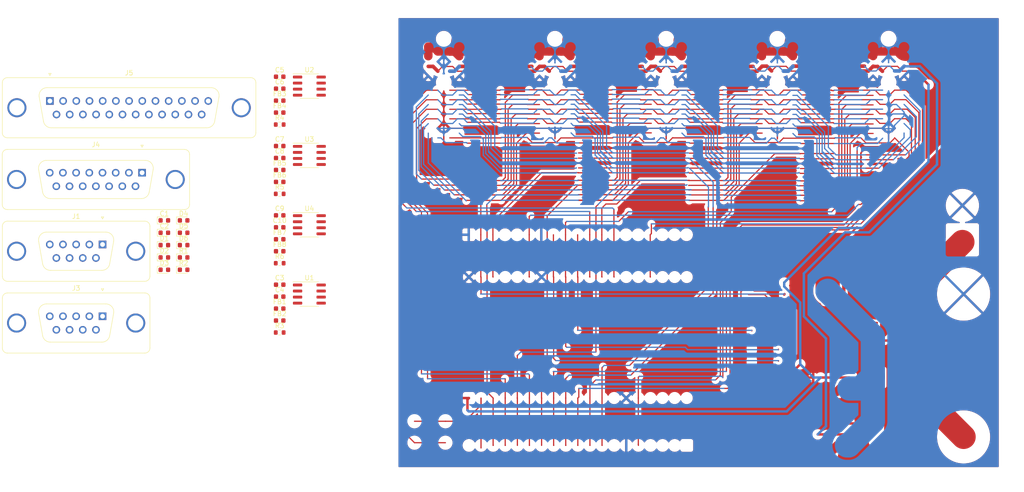
<source format=kicad_pcb>
(kicad_pcb (version 20221018) (generator pcbnew)
  (layers (0 "F.Cu" signal) (1 "In1.Cu" signal) (2 "In2.Cu" signal) (31 "B.Cu" signal) (34 "B.Paste" user) (35 "F.Paste" user) (36 "B.SilkS" user "B.Silkscreen") (37 "F.SilkS" user "F.Silkscreen") (38 "B.Mask" user) (39 "F.Mask" user) (44 "Edge.Cuts" user))
  (net 0 "")
  (net 1 "GND")
  (net 2 "Net-(U1-T+)")
  (net 3 "Net-(U1-T-)")
  (net 4 "Net-(U2-T+)")
  (net 5 "Net-(U2-T-)")
  (net 6 "Net-(U3-T+)")
  (net 7 "Net-(U3-T-)")
  (net 8 "Net-(U4-T+)")
  (net 9 "Net-(U4-T-)")
  (net 10 "TC1_T+")
  (net 11 "TC1_T-")
  (net 12 "TC4_T+")
  (net 13 "TC4_T-")
  (net 14 "TC2_T+")
  (net 15 "TC2_T-")
  (net 16 "TC3_T+")
  (net 17 "TC3_T-")
  (net 18 "LOX_VENT+")
  (net 19 "ETH_VENT+")
  (net 26 "PWR_SUP")
  (net 28 "GROUND_ETH_VENT")
  (net 29 "GROUND_LOX_VENT")
  (net 30 "+3.3V")
  (net 33 "REDS_GND")
  (net 34 "REDS_ETH")
  (net 35 "REDS_LOX_VENT")
  (net 37 "PT1_E+")
  (net 38 "unconnected-(J5-Pad13)")
  (net 39 "unconnected-(J5-P25-Pad25)")
  (net 40 "PT1_E-")
  (net 41 "PT2_E+")
  (net 42 "PT3_E+")
  (net 43 "PT3_E-")
  (net 44 "PT4_E+")
  (net 45 "PT5_E+")
  (net 46 "PT5_E-")
  (net 47 "PT6_A+")
  (net 51 "PT1_A+")
  (net 52 "PT2_E-")
  (net 53 "PT2_A+")
  (net 54 "PT3_A+")
  (net 55 "PT4_E-")
  (net 56 "PT4_A+")
  (net 57 "PT5_A+")
  (net 58 "PT6_E+")
  (net 59 "PT6_E-")
  (net 62 "TC1_CS")
  (net 63 "TC4_CS")
  (net 64 "TC2_CS")
  (net 65 "TC3_CS")
  (net 66 "SPI1_SCK")
  (net 67 "SPI1_MISO")
  (net 68 "/ETH_Vent")
  (net 69 "Net-(C1-Pad2)")
  (net 70 "/LOX_Vent")
  (net 71 "Net-(C2-Pad2)")
  (net 72 "/Ground_ETH_Vent")
  (net 73 "/REDS_ETH_Vent")
  (net 74 "/Flight_ETH_Vent")
  (net 75 "/Ground_LOX_Vent")
  (net 76 "/REDS_LOX_Vent")
  (net 77 "/Flight_LOX_Vent")
  (net 78 "GND2")
  (net 79 "SP4_SCK")
  (net 80 "SP4_MISO")
  (net 81 "SP2_SCK")
  (net 82 "SP2_MISO")
  (net 83 "SPI3_SCK")
  (net 84 "SPI3_MISO")
  (footprint "Capacitor_SMD:C_0603_1608Metric" (layer "F.Cu") (at 189.415 100.925)
    (fp_text reference "C10")
    (fp_text value "10u")
  )
  (footprint "Capacitor_SMD:C_0603_1608Metric" (layer "F.Cu") (at 189.415 98.415)
    (fp_text reference "C9")
    (fp_text value "0.01u")
  )
  (footprint "Package_SO:SOIC-8_3.9x4.9mm_P1.27mm" (layer "F.Cu") (at 195.645 100.385)
    (fp_text reference "U4")
    (fp_text value "MAX31855KASA")
  )
  (footprint "Diode_SMD:D_0603_1608Metric" (layer "F.Cu") (at 169.255 99.475)
    (fp_text reference "D4")
    (fp_text value "D_Schottky")
  )
  (footprint "Capacitor_SMD:C_0603_1608Metric" (layer "F.Cu") (at 189.415 115.475)
    (fp_text reference "C4")
    (fp_text value "10u")
  )
  (footprint "Diode_SMD:D_0603_1608Metric" (layer "F.Cu") (at 169.255 104.655)
    (fp_text reference "D6")
    (fp_text value "D_Schottky")
  )
  (footprint "Capacitor_SMD:C_0603_1608Metric" (layer "F.Cu") (at 189.415 86.375)
    (fp_text reference "C8")
    (fp_text value "10u")
  )
  (footprint "Connector_Dsub:DSUB-9_Female_Vertical_P2.77x2.84mm_MountingHoles" (layer "F.Cu") (at 152.235 119.593676)
    (fp_text reference "J3")
    (fp_text value "DB9_Female")
  )
  (footprint "Resistor_SMD:R_0603_1608Metric" (layer "F.Cu") (at 189.415 123.005)
    (fp_text reference "R3")
    (fp_text value "10k")
  )
  (footprint "Diode_SMD:D_0603_1608Metric" (layer "F.Cu") (at 165.205 104.655)
    (fp_text reference "D1")
    (fp_text value "D_Schottky")
  )
  (footprint "Connector_Dsub:DSUB-15_Female_Vertical_P2.77x2.84mm_MountingHoles" (layer "F.Cu") (at 160.535 89.464338)
    (fp_text reference "J4")
    (fp_text value "DB15_Female")
  )
  (footprint "Diode_SMD:D_0603_1608Metric" (layer "F.Cu") (at 165.205 109.835)
    (fp_text reference "D3")
    (fp_text value "D_Schottky")
  )
  (footprint "Diode_SMD:D_0603_1608Metric" (layer "F.Cu") (at 165.205 99.475)
    (fp_text reference "C1")
    (fp_text value "22 µF")
  )
  (footprint "Resistor_SMD:R_0603_1608Metric" (layer "F.Cu") (at 189.415 108.455)
    (fp_text reference "R6")
    (fp_text value "10k")
  )
  (footprint "Capacitor_SMD:C_0603_1608Metric" (layer "F.Cu") (at 189.415 76.845)
    (fp_text reference "FB4")
    (fp_text value "FerriteBead_Small")
  )
  (footprint "Connector_Dsub:DSUB-9_Female_Vertical_P2.77x2.84mm_MountingHoles" (layer "F.Cu") (at 152.235 104.524338)
    (fp_text reference "J1")
    (fp_text value "DB9_Female")
  )
  (footprint "Capacitor_SMD:C_0603_1608Metric" (layer "F.Cu") (at 189.415 71.825)
    (fp_text reference "C6")
    (fp_text value "10u")
  )
  (footprint "Package_SO:SOIC-8_3.9x4.9mm_P1.27mm" (layer "F.Cu") (at 195.645 114.935)
    (fp_text reference "U1")
    (fp_text value "MAX31855KASA")
  )
  (footprint "Diode_SMD:D_0603_1608Metric" (layer "F.Cu") (at 165.205 102.065)
    (fp_text reference "C2")
    (fp_text value "22 µF")
  )
  (footprint "Capacitor_SMD:C_0603_1608Metric" (layer "F.Cu") (at 189.415 74.335)
    (fp_text reference "FB3")
    (fp_text value "FerriteBead_Small")
  )
  (footprint "Capacitor_SMD:C_0603_1608Metric" (layer "F.Cu") (at 189.415 91.395)
    (fp_text reference "FB6")
    (fp_text value "FerriteBead_Small")
  )
  (footprint "Diode_SMD:D_0603_1608Metric" (layer "F.Cu") (at 169.255 107.245)
    (fp_text reference "R1")
    (fp_text value "1k")
  )
  (footprint "Resistor_SMD:R_0603_1608Metric" (layer "F.Cu") (at 189.415 93.905)
    (fp_text reference "R5")
    (fp_text value "10k")
  )
  (footprint "Connector_Dsub:DSUB-25_Male_Vertical_P2.77x2.84mm_MountingHoles" (layer "F.Cu") (at 141.185 74.404338)
    (fp_text reference "J5")
    (fp_text value "DB25_Receptacle")
  )
  (footprint "Capacitor_SMD:C_0603_1608Metric" (layer "F.Cu") (at 189.415 69.315)
    (fp_text reference "C5")
    (fp_text value "0.01u")
  )
  (footprint "Diode_SMD:D_0603_1608Metric" (layer "F.Cu") (at 165.205 107.245)
    (fp_text reference "D2")
    (fp_text value "D_Schottky")
  )
  (footprint "Capacitor_SMD:C_0603_1608Metric" (layer "F.Cu") (at 189.415 117.985)
    (fp_text reference "FB1")
    (fp_text value "FerriteBead_Small")
  )
  (footprint "Capacitor_SMD:C_0603_1608Metric" (layer "F.Cu") (at 189.415 88.885)
    (fp_text reference "FB5")
    (fp_text value "FerriteBead_Small")
  )
  (footprint "Diode_SMD:D_0603_1608Metric" (layer "F.Cu") (at 169.255 102.065)
    (fp_text reference "D5")
    (fp_text value "D_Schottky")
  )
  (footprint "Package_SO:SOIC-8_3.9x4.9mm_P1.27mm" (layer "F.Cu") (at 195.645 71.285)
    (fp_text reference "U2")
    (fp_text value "MAX31855KASA")
  )
  (footprint "Package_SO:SOIC-8_3.9x4.9mm_P1.27mm" (layer "F.Cu") (at 195.645 85.835)
    (fp_text reference "U3")
    (fp_text value "MAX31855KASA")
  )
  (footprint "Capacitor_SMD:C_0603_1608Metric" (layer "F.Cu") (at 189.415 83.865)
    (fp_text reference "C7")
    (fp_text value "0.01u")
  )
  (footprint "Capacitor_SMD:C_0603_1608Metric" (layer "F.Cu") (at 189.415 120.495)
    (fp_text reference "FB2")
    (fp_text value "FerriteBead_Small")
  )
  (footprint "Capacitor_SMD:C_0603_1608Metric" (layer "F.Cu") (at 189.415 105.945)
    (fp_text reference "FB8")
    (fp_text value "FerriteBead_Small")
  )
  (footprint "Resistor_SMD:R_0603_1608Metric" (layer "F.Cu") (at 189.415 79.355)
    (fp_text reference "R4")
    (fp_text value "10k")
  )
  (footprint "Capacitor_SMD:C_0603_1608Metric" (layer "F.Cu") (at 189.415 112.965)
    (fp_text reference "C3")
    (fp_text value "0.01u")
  )
  (footprint "Capacitor_SMD:C_0603_1608Metric" (layer "F.Cu") (at 189.415 103.435)
    (fp_text reference "FB7")
    (fp_text value "FerriteBead_Small")
  )
  (footprint "Diode_SMD:D_0603_1608Metric" (layer "F.Cu") (at 169.255 109.835)
    (fp_text reference "R2")
    (fp_text value "1k")
  )
  (segment (start 278.9781 63.0017) (end 289.6451 63.0017) (width 5.08) (layer "F.Cu") (net 0))
  (segment (start 257.0326 111.320199) (end 257.0746 111.362199) (width 0.254) (layer "F.Cu") (net 0))
  (segment (start 271.843715 76.1517) (end 282.6051 76.1517) (width 0.254) (layer "F.Cu") (net 0))
  (segment (start 259.1387 72.1009) (end 259.2282 72.0114) (width 0.254) (layer "F.Cu") (net 0))
  (segment (start 237.363 76.0916) (end 237.363 90.7982) (width 0.254) (layer "F.Cu") (net 0))
  (segment (start 275.2852 92.119) (end 275.2852 92.1444) (width 0.254) (layer "F.Cu") (net 0))
  (segment (start 267.1926 102.4822) (end 267.1926 111.320199) (width 0.254) (layer "F.Cu") (net 0))
  (segment (start 244.3746 131.8942) (end 245.5636 130.7052) (width 0.254) (layer "F.Cu") (net 0))
  (segment (start 254.5346 134.1802) (end 255.7526 132.9622) (width 0.254) (layer "F.Cu") (net 0))
  (segment (start 238.9699 77.1517) (end 238.0234 78.0982) (width 0.254) (layer "F.Cu") (net 0))
  (segment (start 242.948436 64.0017) (end 233.5281 64.0017) (width 1.778) (layer "F.Cu") (net 0))
  (segment (start 302.9576 132.4542) (end 304.9511 132.4542) (width 0.508) (layer "F.Cu") (net 0))
  (segment (start 280.3906 96.6402) (end 280.3906 114.6742) (width 0.254) (layer "F.Cu") (net 0))
  (segment (start 246.8726 111.320199) (end 246.9146 111.362199) (width 0.254) (layer "F.Cu") (net 0))
  (segment (start 289.6451 63.0017) (end 289.809877 62.836923) (width 5.08) (layer "F.Cu") (net 0))
  (segment (start 289.629878 64.0017) (end 290.629878 63.0017) (width 1.778) (layer "F.Cu") (net 0))
  (segment (start 232.9416 97.4512) (end 232.9416 135.489199) (width 0.254) (layer "F.Cu") (net 0))
  (segment (start 257.8862 96.0306) (end 257.0326 96.8842) (width 0.254) (layer "F.Cu") (net 0))
  (segment (start 262.9795 79.1009) (end 262.0772 80.0032) (width 0.254) (layer "F.Cu") (net 0))
  (segment (start 241.8346 146.6894) (end 241.8488 146.7036) (width 0.254) (layer "F.Cu") (net 0))
  (segment (start 311.25519 81.2279) (end 309.1434 83.33969) (width 0.254) (layer "F.Cu") (net 0))
  (segment (start 241.40849 73.1706) (end 238.3028 73.1706) (width 0.254) (layer "F.Cu") (net 0))
  (segment (start 238.3028 73.1706) (end 236.7788 74.6946) (width 0.254) (layer "F.Cu") (net 0))
  (segment (start 261.4676 78.0728) (end 261.4676 91.2808) (width 0.254) (layer "F.Cu") (net 0))
  (segment (start 271.918036 76.1009) (end 270.882236 77.1367) (width 0.254) (layer "F.Cu") (net 0))
  (segment (start 225.107715 74.1517) (end 235.6691 74.1517) (width 0.254) (layer "F.Cu") (net 0))
  (segment (start 219.1766 90.7982) (end 228.346 90.7982) (width 0.254) (layer "F.Cu") (net 0))
  (segment (start 275.6946 73.0622) (end 282.4946 73.0622) (width 0.254) (layer "F.Cu") (net 0))
  (segment (start 279.3746 96.6402) (end 279.3746 113.4042) (width 0.254) (layer "F.Cu") (net 0))
  (segment (start 215.1126 77.253814) (end 215.1126 95.8782) (width 0.254) (layer "F.Cu") (net 0))
  (segment (start 321.5132 85.1708) (end 321.5132 86.02331) (width 0.254) (layer "F.Cu") (net 0))
  (segment (start 238.5568 80.1048) (end 238.5568 91.7634) (width 0.254) (layer "F.Cu") (net 0))
  (segment (start 282.4051 74.1517) (end 282.4946 74.0622) (width 0.254) (layer "F.Cu") (net 0))
  (segment (start 288.5126 123.9452) (end 288.8126 123.9452) (width 0.254) (layer "F.Cu") (net 0))
  (segment (start 225.107715 76.1517) (end 235.8691 76.1517) (width 0.254) (layer "F.Cu") (net 0))
  (segment (start 294.1126 127.7552) (end 294.4126 127.7552) (width 0.254) (layer "F.Cu") (net 0))
  (segment (start 255.8016 127.0712) (end 255.7526 127.1202) (width 0.254) (layer "F.Cu") (net 0))
  (segment (start 241.4331 78.1367) (end 244.540435 78.1367) (width 0.254) (layer "F.Cu") (net 0))
  (segment (start 288.11269 75.101) (end 285.0896 75.101) (width 0.254) (layer "F.Cu") (net 0))
  (segment (start 247.463436 83.1367) (end 248.448436 82.1517) (width 0.254) (layer "F.Cu") (net 0))
  (segment (start 265.1835 74.1667) (end 265.0282 74.0114) (width 0.254) (layer "F.Cu") (net 0))
  (segment (start 282.3202 78.8878) (end 282.4946 79.0622) (width 0.254) (layer "F.Cu") (net 0))
  (segment (start 285.0388 73.1706) (end 283.5148 74.6946) (width 0.254) (layer "F.Cu") (net 0))
  (segment (start 252.0188 92.0682) (end 252.0188 92.0936) (width 0.254) (layer "F.Cu") (net 0))
  (segment (start 228.8286 139.3122) (end 228.8286 137.068199) (width 0.508) (layer "F.Cu") (net 0))
  (segment (start 297.187598 67.09398) (end 312.1406 67.09398) (width 0.762) (layer "F.Cu") (net 0))
  (segment (start 286.7406 100.9582) (end 308.3306 100.9582) (width 0.254) (layer "F.Cu") (net 0))
  (segment (start 284.7594 78.0982) (end 284.734 78.1236) (width 0.254) (layer "F.Cu") (net 0))
  (segment (start 267.289157 65.0017) (end 266.289157 64.0017) (width 1.778) (layer "F.Cu") (net 0))
  (segment (start 288.8126 123.9452) (end 289.5346 123.2232) (width 0.254) (layer "F.Cu") (net 0))
  (segment (start 252.2282 75.0114) (end 259.2282 75.0114) (width 0.254) (layer "F.Cu") (net 0))
  (segment (start 249.855537 68.1658) (end 248.8842 67.194463) (width 0.254) (layer "F.Cu") (net 0))
  (segment (start 265.1835 76.1667) (end 265.0282 76.0114) (width 0.254) (layer "F.Cu") (net 0))
  (segment (start 263.3726 131.6922) (end 280.3906 114.6742) (width 0.254) (layer "F.Cu") (net 0))
  (segment (start 220.214714 72.1517) (end 215.1126 77.253814) (width 0.254) (layer "F.Cu") (net 0))
  (segment (start 252.4282 73.0114) (end 259.2282 73.0114) (width 0.254) (layer "F.Cu") (net 0))
  (segment (start 264.8966 132.2002) (end 264.6946 132.4022) (width 0.254) (layer "F.Cu") (net 0))
  (segment (start 235.8136 91.103) (end 228.5746 91.103) (width 0.254) (layer "F.Cu") (net 0))
  (segment (start 236.1438 91.103) (end 235.8136 91.103) (width 0.254) (layer "F.Cu") (net 0))
  (segment (start 226.729714 68.1667) (end 228.6253 68.1667) (width 0.254) (layer "F.Cu") (net 0))
  (segment (start 268.6915 75.1367) (end 267.7215 74.1667) (width 0.254) (layer "F.Cu") (net 0))
  (segment (start 219.503601 136.762199) (end 229.1346 136.762199) (width 0.508) (layer "F.Cu") (net 0))
  (segment (start 239.3088 136.776399) (end 239.2946 136.762199) (width 0.254) (layer "F.Cu") (net 0))
  (segment (start 292.0389 77.1367) (end 291.0389 76.1367) (width 0.254) (layer "F.Cu") (net 0))
  (segment (start 234.1726 111.320199) (end 234.2146 111.362199) (width 0.254) (layer "F.Cu") (net 0))
  (segment (start 267.418036 73.1009) (end 264.89699 73.1009) (width 0.254) (layer "F.Cu") (net 0))
  (segment (start 250.448436 67.1517) (end 250.450336 67.1498) (width 0.762) (layer "F.Cu") (net 0))
  (segment (start 311.5051 64.0017) (end 319.4471 64.0017) (width 1.778) (layer "F.Cu") (net 0))
  (segment (start 272.789157 64.0017) (end 273.789157 65.0017) (width 1.778) (layer "F.Cu") (net 0))
  (segment (start 264.6946 146.4762) (end 264.6946 136.762199) (width 0.254) (layer "F.Cu") (net 0))
  (segment (start 314.6806 117.7222) (end 316.2021 117.7222) (width 5.08) (layer "F.Cu") (net 0))
  (segment (start 271.918036 72.1009) (end 270.873736 73.1452) (width 0.254) (layer "F.Cu") (net 0))
  (segment (start 228.6762 95.2686) (end 228.5746 95.3702) (width 0.254) (layer "F.Cu") (net 0))
  (segment (start 311.43629 73.2468) (end 308.3306 73.2468) (width 0.254) (layer "F.Cu") (net 0))
  (segment (start 245.5636 130.7052) (end 245.5636 98.523819) (width 0.254) (layer "F.Cu") (net 0))
  (segment (start 241.3586 78.0622) (end 241.4331 78.1367) (width 0.254) (layer "F.Cu") (net 0))
  (segment (start 243.128435 62.88755) (end 242.337085 62.0962) (width 5.08) (layer "F.Cu") (net 0))
  (segment (start 225.107715 72.1517) (end 235.6691 72.1517) (width 0.254) (layer "F.Cu") (net 0))
  (segment (start 235.6691 74.1517) (end 235.7586 74.0622) (width 0.254) (layer "F.Cu") (net 0))
  (segment (start 311.5051 64.0017) (end 312.9471 64.0017) (width 1.778) (layer "F.Cu") (net 0))
  (segment (start 234.2146 136.762199) (end 234.2146 146.6894) (width 0.254) (layer "F.Cu") (net 0))
  (segment (start 305.6431 147.4682) (end 305.6431 147.6382) (width 1.778) (layer "F.Cu") (net 0))
  (segment (start 282.435102 104.501698) (end 282.435102 132.466702) (width 0.254) (layer "F.Cu") (net 0))
  (segment (start 257.0326 102.4822) (end 257.0326 111.320199) (width 0.254) (layer "F.Cu") (net 0))
  (segment (start 244.3888 136.776399) (end 244.3746 136.762199) (width 0.254) (layer "F.Cu") (net 0))
  (segment (start 259.5726 97.1582) (end 259.5726 102.4822) (width 0.254) (layer "F.Cu") (net 0))
  (segment (start 317.491236 83.2129) (end 318.476236 82.2279) (width 0.254) (layer "F.Cu") (net 0))
  (segment (start 235.7586 73.0622) (end 235.7586 73.097497) (width 0.254) (layer "F.Cu") (net 0))
  (segment (start 288.16339 73.1517) (end 288.14449 73.1706) (width 0.254) (layer "F.Cu") (net 0))
  (segment (start 236.24625 93.08335) (end 235.865064 93.08335) (width 0.254) (layer "F.Cu") (net 0))
  (segment (start 264.2621 64.0017) (end 272.789157 64.0017) (width 1.778) (layer "F.Cu") (net 0))
  (segment (start 308.0258 78.1998) (end 308.0258 91.4078) (width 0.254) (layer "F.Cu") (net 0))
  (segment (start 259.3594 94.0748) (end 252.1204 94.0748) (width 0.254) (layer "F.Cu") (net 0))
  (segment (start 241.5586 74.0622) (end 241.6331 74.1367) (width 0.254) (layer "F.Cu") (net 0))
  (segment (start 295.3116 114.9932) (end 295.3766 114.9282) (width 0.508) (layer "F.Cu") (net 0))
  (segment (start 286.2459 79.1517) (end 285.3436 80.054) (width 0.254) (layer "F.Cu") (net 0))
  (segment (start 264.7088 146.4904) (end 264.6946 146.4762) (width 0.254) (layer "F.Cu") (net 0))
  (segment (start 282.8798 91.103) (end 282.5496 91.103) (width 0.254) (layer "F.Cu") (net 0))
  (segment (start 271.843715 78.1517) (end 282.4051 78.1517) (width 0.254) (layer "F.Cu") (net 0))
  (segment (start 255.6261 64.0017) (end 248.448436 64.0017) (width 1.778) (layer "F.Cu") (net 0))
  (segment (start 222.607715 68.1517) (end 223.592715 67.1667) (width 0.254) (layer "F.Cu") (net 0))
  (segment (start 261.4676 91.2808) (end 259.71585 93.03255) (width 0.254) (layer "F.Cu") (net 0))
  (segment (start 298.7864 83.3384) (end 305.7864 83.3384) (width 0.254) (layer "F.Cu") (net 0))
  (segment (start 243.948436 73.1517) (end 241.42739 73.1517) (width 0.254) (layer "F.Cu") (net 0))
  (segment (start 295.3116 115.0552) (end 295.3116 114.9932) (width 0.508) (layer "F.Cu") (net 0))
  (segment (start 259.3594 95.2178) (end 259.3594 95.2432) (width 0.254) (layer "F.Cu") (net 0))
  (segment (start 275.331464 68.1658) (end 289.6396 68.1658) (width 0.762) (layer "F.Cu") (net 0))
  (segment (start 298.674064 68.115) (end 298.652364 68.1367) (width 0.254) (layer "F.Cu") (net 0))
  (segment (start 264.87809 73.1198) (end 261.7724 73.1198) (width 0.254) (layer "F.Cu") (net 0))
  (segment (start 312.9941 64.0017) (end 312.9471 64.0017) (width 1.778) (layer "F.Cu") (net 0))
  (segment (start 267.313879 67.1508) (end 268.313879 67.1508) (width 0.762) (layer "F.Cu") (net 0))
  (segment (start 267.7215 74.1667) (end 265.1835 74.1667) (width 0.254) (layer "F.Cu") (net 0))
  (segment (start 241.8346 136.762199) (end 241.8346 146.6894) (width 0.254) (layer "F.Cu") (net 0))
  (segment (start 317.4856 77.1132) (end 315.372 77.1132) (width 0.254) (layer "F.Cu") (net 0))
  (segment (start 315.1886 88.5122) (end 312.3946 88.5122) (width 0.254) (layer "F.Cu") (net 0))
  (segment (start 289.1691 83.1367) (end 294.199436 83.1367) (width 0.254) (layer "F.Cu") (net 0))
  (segment (start 271.843715 74.1517) (end 282.4051 74.1517) (width 0.254) (layer "F.Cu") (net 0))
  (segment (start 219.1766 97.6562) (end 219.1766 131.6922) (width 0.254) (layer "F.Cu") (net 0))
  (segment (start 311.3761 117.0432) (end 311.3761 117.6222) (width 5.08) (layer "F.Cu") (net 0))
  (segment (start 298.6786 94.2018) (end 306.2224 94.2018) (width 0.254) (layer "F.Cu") (net 0))
  (segment (start 305.9176 95.3448) (end 298.6786 95.3448) (width 0.254) (layer "F.Cu") (net 0))
  (segment (start 298.652364 68.1367) (end 296.721877 68.1367) (width 0.254) (layer "F.Cu") (net 0))
  (segment (start 288.815154 61.8422) (end 274.609158 61.8422) (width 5.08) (layer "F.Cu") (net 0))
  (segment (start 259.3387 76.1009) (end 259.4282 76.0114) (width 0.254) (layer "F.Cu") (net 0))
  (segment (start 228.9586 73.0622) (end 235.7586 73.0622) (width 0.254) (layer "F.Cu") (net 0))
  (segment (start 228.8286 137.068199) (end 229.1346 136.762199) (width 0.508) (layer "F.Cu") (net 0))
  (segment (start 318.4706 82.1282) (end 321.5132 85.1708) (width 0.254) (layer "F.Cu") (net 0))
  (segment (start 251.993819 92.0936) (end 245.5636 98.523819) (width 0.254) (layer "F.Cu") (net 0))
  (segment (start 282.575 92.119) (end 275.2852 92.119) (width 0.254) (layer "F.Cu") (net 0))
  (segment (start 298.577 92.1952) (end 306.07 92.1952) (width 0.254) (layer "F.Cu") (net 0))
  (segment (start 264.89699 75.1009) (end 264.84629 75.0502) (width 0.254) (layer "F.Cu") (net 0))
  (segment (start 305.976246 88.58733) (end 298.70507 88.58733) (width 0.254) (layer "F.Cu") (net 0))
  (segment (start 294.1126 126.6062) (end 294.1066 126.6122) (width 0.254) (layer "F.Cu") (net 0))
  (segment (start 262.0264 91.7126) (end 259.6642 94.0748) (width 0.254) (layer "F.Cu") (net 0))
  (segment (start 298.9864 73.1384) (end 305.7864 73.1384) (width 0.254) (layer "F.Cu") (net 0))
  (segment (start 295.184436 76.1517) (end 294.199436 77.1367) (width 0.254) (layer "F.Cu") (net 0))
  (segment (start 254.4926 111.320199) (end 254.5346 111.362199) (width 0.254) (layer "F.Cu") (net 0))
  (segment (start 228.578445 93.08335) (end 228.602712 93.107617) (width 0.254) (layer "F.Cu") (net 0))
  (segment (start 300.9646 63.3662) (end 301.3526 62.9782) (width 5.08) (layer "F.Cu") (net 0))
  (segment (start 294.169436 75.1667) (end 292.067879 75.1667) (width 0.254) (layer "F.Cu") (net 0))
  (segment (start 251.9526 111.320199) (end 251.9946 111.362199) (width 0.254) (layer "F.Cu") (net 0))
  (segment (start 260.2484 74.6438) (end 260.2484 90.4172) (width 0.254) (layer "F.Cu") (net 0))
  (segment (start 255.8016 96.5912) (end 255.8016 127.0712) (width 0.254) (layer "F.Cu") (net 0))
  (segment (start 308.3306 100.9582) (end 322.8086 86.4802) (width 0.254) (layer "F.Cu") (net 0))
  (segment (start 282.601064 93.08335) (end 275.31145 93.08335) (width 0.254) (layer "F.Cu") (net 0))
  (segment (start 290.9986 72.0622) (end 292.1031 73.1667) (width 0.254) (layer "F.Cu") (net 0))
  (segment (start 313.9266 67.1762) (end 314.9266 67.1762) (width 0.762) (layer "F.Cu") (net 0))
  (segment (start 247.433436 73.1667) (end 248.448436 72.1517) (width 0.254) (layer "F.Cu") (net 0))
  (segment (start 222.607715 64.0017) (end 225.107715 64.0017) (width 1.778) (layer "F.Cu") (net 0))
  (segment (start 294.199436 77.1367) (end 292.0389 77.1367) (width 0.254) (layer "F.Cu") (net 0))
  (segment (start 239.3088 146.7036) (end 239.3088 136.776399) (width 0.254) (layer "F.Cu") (net 0))
  (segment (start 264.8282 78.0114) (end 264.9835 78.1667) (width 0.254) (layer "F.Cu") (net 0))
  (segment (start 249.4546 132.6562) (end 249.4546 136.762199) (width 0.254) (layer "F.Cu") (net 0))
  (segment (start 306.8066 90.5442) (end 306.1716 91.1792) (width 0.254) (layer "F.Cu") (net 0))
  (segment (start 231.6326 111.320199) (end 231.6746 111.362199) (width 0.254) (layer "F.Cu") (net 0))
  (segment (start 294.4126 127.7552) (end 295.8846 126.2832) (width 0.254) (layer "F.Cu") (net 0))
  (segment (start 288.5126 122.6752) (end 288.5126 122.5542) (width 0.254) (layer "F.Cu") (net 0))
  (segment (start 254.4926 97.6662) (end 254.4926 102.4822) (width 0.254) (layer "F.Cu") (net 0))
  (segment (start 315.4276 75.1132) (end 314.4528 74.1384) (width 0.254) (layer "F.Cu") (net 0))
  (segment (start 236.0422 92.119) (end 235.839 92.119) (width 0.254) (layer "F.Cu") (net 0))
  (segment (start 311.2076 114.2492) (end 311.2076 116.8747) (width 5.08) (layer "F.Cu") (net 0))
  (segment (start 236.7788 90.468) (end 236.1438 91.103) (width 0.254) (layer "F.Cu") (net 0))
  (segment (start 309.5377 79.2279) (end 308.6354 80.1302) (width 0.254) (layer "F.Cu") (net 0))
  (segment (start 252.04505 93.03255) (end 252.048045 93.03255) (width 0.254) (layer "F.Cu") (net 0))
  (segment (start 241.37669 75.101) (end 238.3536 75.101) (width 0.254) (layer "F.Cu") (net 0))
  (segment (start 257.0746 136.762199) (end 257.0746 146.6894) (width 0.254) (layer "F.Cu") (net 0))
  (segment (start 247.463436 77.1367) (end 248.448436 76.1517) (width 0.254) (layer "F.Cu") (net 0))
  (segment (start 282.6051 76.1517) (end 282.6946 76.0622) (width 0.254) (layer "F.Cu") (net 0))
  (segment (start 305.7731 78.1517) (end 305.7864 78.1384) (width 0.254) (layer "F.Cu") (net 0))
  (segment (start 235.865064 93.08335) (end 228.57545 93.08335) (width 0.254) (layer "F.Cu") (net 0))
  (segment (start 305.943 86.531) (end 298.6532 86.531) (width 0.254) (layer "F.Cu") (net 0))
  (segment (start 273.791057 67.1498) (end 288.7726 67.1498) (width 0.762) (layer "F.Cu") (net 0))
  (segment (start 298.60325 93.15955) (end 298.606245 93.15955) (width 0.254) (layer "F.Cu") (net 0))
  (segment (start 248.539 82.1622) (end 259.300385 82.1622) (width 0.254) (layer "F.Cu") (net 0))
  (segment (start 310.6166 92.3222) (end 305.2826 97.6562) (width 0.254) (layer "F.Cu") (net 0))
  (segment (start 271.789157 64.0017) (end 272.789157 64.0017) (width 1.778) (layer "F.Cu") (net 0))
  (segment (start 324.3326 75.5582) (end 324.3326 87.2422) (width 0.254) (layer "F.Cu") (net 0))
  (segment (start 249.448436 64.0017) (end 250.448436 63.0017) (width 1.778) (layer "F.Cu") (net 0))
  (segment (start 259.5118 92.0682) (end 259.3086 92.0682) (width 0.254) (layer "F.Cu") (net 0))
  (segment (start 241.8346 131.9982) (end 241.8346 136.762199) (width 0.254) (layer "F.Cu") (net 0))
  (segment (start 220.607715 63.0017) (end 221.607715 63.0017) (width 1.778) (layer "F.Cu") (net 0))
  (segment (start 321.265601 63.003695) (end 320.805848 63.463448) (width 5.08) (layer "F.Cu") (net 0))
  (segment (start 275.4946 78.8878) (end 282.3202 78.8878) (width 0.254) (layer "F.Cu") (net 0))
  (segment (start 239.0207 77.1517) (end 238.9699 77.1517) (width 0.254) (layer "F.Cu") (net 0))
  (segment (start 259.3387 82.1009) (end 259.4282 82.0114) (width 0.254) (layer "F.Cu") (net 0))
  (segment (start 298.6786 85.4642) (end 293.3446 85.4642) (width 0.254) (layer "F.Cu") (net 0))
  (segment (start 311.2076 114.2492) (end 314.6806 117.7222) (width 5.08) (layer "F.Cu") (net 0))
  (segment (start 221.607715 67.1517) (end 222.607715 68.1517) (width 0.762) (layer "F.Cu") (net 0))
  (segment (start 282.7782 92.119) (end 282.575 92.119) (width 0.254) (layer "F.Cu") (net 0))
  (segment (start 259.5726 102.4822) (end 259.5726 111.320199) (width 0.254) (layer "F.Cu") (net 0))
  (segment (start 298.674064 68.115) (end 312.9822 68.115) (width 0.762) (layer "F.Cu") (net 0))
  (segment (start 259.334664 93.03255) (end 252.04505 93.03255) (width 0.254) (layer "F.Cu") (net 0))
  (segment (start 259.334 89.4774) (end 252.1204 89.4774) (width 0.254) (layer "F.Cu") (net 0))
  (segment (start 306.8066 74.7708) (end 306.8066 90.5442) (width 0.254) (layer "F.Cu") (net 0))
  (segment (start 314.3972 76.1384) (end 311.5864 76.1384) (width 0.254) (layer "F.Cu") (net 0))
  (segment (start 259.2832 91.0522) (end 252.0442 91.0522) (width 0.254) (layer "F.Cu") (net 0))
  (segment (start 231.6326 95.665) (end 232.029 95.2686) (width 0.254) (layer "F.Cu") (net 0))
  (segment (start 312.4609 83.2129) (end 317.491236 83.2129) (width 0.254) (layer "F.Cu") (net 0))
  (segment (start 243.948436 65.0017) (end 242.948436 64.0017) (width 1.778) (layer "F.Cu") (net 0))
  (segment (start 317.4856 75.1132) (end 315.4276 75.1132) (width 0.254) (layer "F.Cu") (net 0))
  (segment (start 259.3594 95.2686) (end 252.1204 95.2686) (width 0.254) (layer "F.Cu") (net 0))
  (segment (start 262.0772 80.0032) (end 262.0264 80.054) (width 0.254) (layer "F.Cu") (net 0))
  (segment (start 235.5842 78.8878) (end 235.7586 79.0622) (width 0.254) (layer "F.Cu") (net 0))
  (segment (start 322.8086 77.8442) (end 322.8086 86.4802) (width 0.254) (layer "F.Cu") (net 0))
  (segment (start 215.1126 95.8782) (end 215.8746 96.6402) (width 0.254) (layer "F.Cu") (net 0))
  (segment (start 248.577315 72.1009) (end 259.1387 72.1009) (width 0.254) (layer "F.Cu") (net 0))
  (segment (start 225.107715 64.0017) (end 229.7171 64.0017) (width 1.778) (layer "F.Cu") (net 0))
  (segment (start 297.4086 118.4222) (end 295.3116 116.3252) (width 0.254) (layer "F.Cu") (net 0))
  (segment (start 298.6024 91.1792) (end 298.6278 91.1538) (width 0.254) (layer "F.Cu") (net 0))
  (segment (start 267.755856 72.0114) (end 265.2282 72.0114) (width 0.254) (layer "F.Cu") (net 0))
  (segment (start 254.5346 146.6894) (end 254.5488 146.7036) (width 0.254) (layer "F.Cu") (net 0))
  (segment (start 295.8846 119.7542) (end 291.1856 115.0552) (width 0.254) (layer "F.Cu") (net 0))
  (segment (start 307.3908 76.1678) (end 307.3908 90.8744) (width 0.254) (layer "F.Cu") (net 0))
  (segment (start 288.4946 72.0622) (end 290.9986 72.0622) (width 0.254) (layer "F.Cu") (net 0))
  (segment (start 249.4546 111.362199) (end 249.4546 125.9022) (width 0.254) (layer "F.Cu") (net 0))
  (segment (start 245.948436 64.0017) (end 242.948436 64.0017) (width 1.778) (layer "F.Cu") (net 0))
  (segment (start 227.107715 67.1517) (end 227.108715 67.1507) (width 0.762) (layer "F.Cu") (net 0))
  (segment (start 295.148 74.1612) (end 305.709385 74.1612) (width 0.254) (layer "F.Cu") (net 0))
  (segment (start 307.8226 100.4502) (end 286.4866 100.4502) (width 0.254) (layer "F.Cu") (net 0))
  (segment (start 246.9146 131.2362) (end 246.9146 136.762199) (width 0.254) (layer "F.Cu") (net 0))
  (segment (start 245.948436 64.0017) (end 248.448436 64.0017) (width 1.778) (layer "F.Cu") (net 0))
  (segment (start 320.7766 85.7182) (end 312.3946 85.7182) (width 0.254) (layer "F.Cu") (net 0))
  (segment (start 267.418036 81.1009) (end 264.69699 81.1009) (width 0.254) (layer "F.Cu") (net 0))
  (segment (start 249.4546 136.762199) (end 249.4546 146.6894) (width 0.254) (layer "F.Cu") (net 0))
  (segment (start 243.948436 79.1517) (end 239.5099 79.1517) (width 0.254) (layer "F.Cu") (net 0))
  (segment (start 248.8842 67.194463) (end 248.8842 67.1658) (width 0.254) (layer "F.Cu") (net 0))
  (segment (start 311.45519 75.2279) (end 311.40449 75.1772) (width 0.254) (layer "F.Cu") (net 0))
  (segment (start 228.473 92.0682) (end 228.5492 92.1444) (width 0.254) (layer "F.Cu") (net 0))
  (segment (start 218.4776 137.7882) (end 219.503601 136.762199) (width 0.508) (layer "F.Cu") (net 0))
  (segment (start 259.0538 78.837) (end 259.2282 79.0114) (width 0.254) (layer "F.Cu") (net 0))
  (segment (start 290.684436 73.1517) (end 288.16339 73.1517) (width 0.254) (layer "F.Cu") (net 0))
  (segment (start 282.4946 73.0622) (end 282.4946 73.097497) (width 0.254) (layer "F.Cu") (net 0))
  (segment (start 292.067879 75.1667) (end 291.037879 74.1367) (width 0.254) (layer "F.Cu") (net 0))
  (segment (start 273.2222 68.1658) (end 272.2222 67.1658) (width 0.254) (layer "F.Cu") (net 0))
  (segment (start 318.4706 74.1282) (end 320.8706 74.1282) (width 0.254) (layer "F.Cu") (net 0))
  (segment (start 290.629878 65.0017) (end 289.629878 64.0017) (width 1.778) (layer "F.Cu") (net 0))
  (segment (start 330.574095 63.003695) (end 321.265601 63.003695) (width 5.08) (layer "F.Cu") (net 0))
  (segment (start 238.0234 78.0982) (end 237.998 78.1236) (width 0.254) (layer "F.Cu") (net 0))
  (segment (start 243.948436 77.1517) (end 239.0207 77.1517) (width 0.254) (layer "F.Cu") (net 0))
  (segment (start 249.9106 132.2002) (end 249.4546 132.6562) (width 0.254) (layer "F.Cu") (net 0))
  (segment (start 292.0963 79.1367) (end 291.0963 78.1367) (width 0.254) (layer "F.Cu") (net 0))
  (segment (start 252.1966 136.560199) (end 251.9946 136.762199) (width 0.254) (layer "F.Cu") (net 0))
  (segment (start 282.5496 91.103) (end 275.3106 91.103) (width 0.254) (layer "F.Cu") (net 0))
  (segment (start 228.5492 92.119) (end 228.5492 92.1444) (width 0.254) (layer "F.Cu") (net 0))
  (segment (start 285.3436 80.054) (end 285.2928 80.1048) (width 0.254) (layer "F.Cu") (net 0))
  (segment (start 252.2282 78.837) (end 259.0538 78.837) (width 0.254) (layer "F.Cu") (net 0))
  (segment (start 244.540435 74.1367) (end 245.570435 75.1667) (width 0.254) (layer "F.Cu") (net 0))
  (segment (start 286.4866 100.4502) (end 282.435102 104.501698) (width 0.254) (layer "F.Cu") (net 0))
  (segment (start 297.4086 127.3742) (end 297.4086 118.4222) (width 0.254) (layer "F.Cu") (net 0))
  (segment (start 252.2282 83.2114) (end 259.2282 83.2114) (width 0.254) (layer "F.Cu") (net 0))
  (segment (start 266.469156 61.793644) (end 251.268437 61.793644) (width 5.08) (layer "F.Cu") (net 0))
  (segment (start 228.57545 93.08335) (end 228.578445 93.08335) (width 0.254) (layer "F.Cu") (net 0))
  (segment (start 244.465935 72.0622) (end 245.540435 73.1367) (width 0.254) (layer "F.Cu") (net 0))
  (segment (start 254.4926 102.4822) (end 254.4926 111.320199) (width 0.254) (layer "F.Cu") (net 0))
  (segment (start 304.4326 111.596408) (end 336.7786 79.250408) (width 5.08) (layer "F.Cu") (net 0))
  (segment (start 284.2006 94.6082) (end 284.2006 97.6562) (width 0.254) (layer "F.Cu") (net 0))
  (segment (start 307.3908 90.8744) (end 306.07 92.1952) (width 0.254) (layer "F.Cu") (net 0))
  (segment (start 308.5846 80.181) (end 308.5846 91.8396) (width 0.254) (layer "F.Cu") (net 0))
  (segment (start 265.9535 83.1367) (end 270.882236 83.1367) (width 0.254) (layer "F.Cu") (net 0))
  (segment (start 224.2046 141.6342) (end 217.7046 141.6342) (width 0.254) (layer "F.Cu") (net 0))
  (segment (start 322.021199 86.251601) (end 307.8226 100.4502) (width 0.254) (layer "F.Cu") (net 0))
  (segment (start 294.4876 130.2952) (end 297.4086 127.3742) (width 0.254) (layer "F.Cu") (net 0))
  (segment (start 262.4395 77.1009) (end 261.493 78.0474) (width 0.254) (layer "F.Cu") (net 0))
  (segment (start 245.540435 77.1367) (end 247.463436 77.1367) (width 0.254) (layer "F.Cu") (net 0))
  (segment (start 282.684446 88.51113) (end 275.41327 88.51113) (width 0.254) (layer "F.Cu") (net 0))
  (segment (start 231.6746 136.762199) (end 231.6746 138.2442) (width 0.254) (layer "F.Cu") (net 0))
  (segment (start 314.392 72.1384) (end 311.7864 72.1384) (width 0.254) (layer "F.Cu") (net 0))
  (segment (start 298.6786 89.6044) (end 298.6532 89.579) (width 0.254) (layer "F.Cu") (net 0))
  (segment (start 268.7103 77.1367) (end 267.7541 76.1805) (width 0.254) (layer "F.Cu") (net 0))
  (segment (start 318.2366 86.7342) (end 312.3946 86.7342) (width 0.254) (layer "F.Cu") (net 0))
  (segment (start 242.933436 68.1667) (end 243.948436 67.1517) (width 0.762) (layer "F.Cu") (net 0))
  (segment (start 286.2326 114.4202) (end 286.8676 113.7852) (width 0.254) (layer "F.Cu") (net 0))
  (segment (start 289.6396 68.1658) (end 290.6546 67.1508) (width 0.762) (layer "F.Cu") (net 0))
  (segment (start 236.1946 94.1256) (end 235.8898 94.1256) (width 0.254) (layer "F.Cu") (net 0))
  (segment (start 228.2846 141.6342) (end 224.2046 141.6342) (width 0.254) (layer "F.Cu") (net 0))
  (segment (start 285.7059 77.1517) (end 284.7594 78.0982) (width 0.254) (layer "F.Cu") (net 0))
  (segment (start 298.704 85.4388) (end 298.6786 85.4642) (width 0.254) (layer "F.Cu") (net 0))
  (segment (start 215.3666 143.7962) (end 217.7046 146.1342) (width 0.254) (layer "F.Cu") (net 0))
  (segment (start 236.7788 74.6946) (end 236.7788 90.468) (width 0.254) (layer "F.Cu") (net 0))
  (segment (start 270.882236 79.1367) (end 271.918036 78.1009) (width 0.254) (layer "F.Cu") (net 0))
  (segment (start 275.4946 77.0622) (end 282.4946 77.0622) (width 0.254) (layer "F.Cu") (net 0))
  (segment (start 275.331464 68.1658) (end 273.2222 68.1658) (width 0.254) (layer "F.Cu") (net 0))
  (segment (start 252.0188 92.0936) (end 251.993819 92.0936) (width 0.254) (layer "F.Cu") (net 0))
  (segment (start 284.2006 97.6562) (end 281.9146 99.9422) (width 0.254) (layer "F.Cu") (net 0))
  (segment (start 244.3888 146.7036) (end 244.3888 136.776399) (width 0.254) (layer "F.Cu") (net 0))
  (segment (start 254.4826 97.6562) (end 254.4926 97.6662) (width 0.254) (layer "F.Cu") (net 0))
  (segment (start 264.8282 82.0114) (end 265.9535 83.1367) (width 0.254) (layer "F.Cu") (net 0))
  (segment (start 231.6746 147.2382) (end 231.6746 136.762199) (width 0.254) (layer "F.Cu") (net 0))
  (segment (start 239.4966 127.6282) (end 239.2946 127.8302) (width 0.254) (layer "F.Cu") (net 0))
  (segment (start 298.6278 91.1538) (end 298.6532 91.1538) (width 0.254) (layer "F.Cu") (net 0))
  (segment (start 294.1126 126.4852) (end 294.1126 126.6062) (width 0.254) (layer "F.Cu") (net 0))
  (segment (start 267.1926 111.320199) (end 267.2346 111.362199) (width 0.254) (layer "F.Cu") (net 0))
  (segment (start 237.998 91.3316) (end 236.24625 93.08335) (width 0.254) (layer "F.Cu") (net 0))
  (segment (start 259.418046 88.46033) (end 252.14687 88.46033) (width 0.254) (layer "F.Cu") (net 0))
  (segment (start 305.9731 76.1517) (end 305.9864 76.1384) (width 0.254) (layer "F.Cu") (net 0))
  (segment (start 284.099 90.7982) (end 282.7782 92.119) (width 0.254) (layer "F.Cu") (net 0))
  (segment (start 313.976236 75.2279) (end 311.45519 75.2279) (width 0.254) (layer "F.Cu") (net 0))
  (segment (start 264.89699 73.1009) (end 264.87809 73.1198) (width 0.254) (layer "F.Cu") (net 0))
  (segment (start 318.4706 72.1282) (end 320.9026 72.1282) (width 0.254) (layer "F.Cu") (net 0))
  (segment (start 282.6004 89.5282) (end 275.3868 89.5282) (width 0.254) (layer "F.Cu") (net 0))
  (segment (start 275.3868 89.5282) (end 275.3614 89.5028) (width 0.254) (layer "F.Cu") (net 0))
  (segment (start 267.418036 77.1009) (end 262.4903 77.1009) (width 0.254) (layer "F.Cu") (net 0))
  (segment (start 259.5626 97.1482) (end 259.5726 97.1582) (width 0.254) (layer "F.Cu") (net 0))
  (segment (start 289.809877 62.836923) (end 288.815154 61.8422) (width 5.08) (layer "F.Cu") (net 0))
  (segment (start 311.40431 96.1322) (end 310.8706 96.1322) (width 0.254) (layer "F.Cu") (net 0))
  (segment (start 262.6106 97.6562) (end 260.5786 99.6882) (width 0.254) (layer "F.Cu") (net 0))
  (segment (start 232.9416 97.4512) (end 232.8926 97.4022) (width 0.254) (layer "F.Cu") (net 0))
  (segment (start 264.69699 81.1009) (end 262.5852 83.21269) (width 0.254) (layer "F.Cu") (net 0))
  (segment (start 282.98225 93.08335) (end 282.601064 93.08335) (width 0.254) (layer "F.Cu") (net 0))
  (segment (start 297.129878 67.1517) (end 297.187598 67.09398) (width 0.762) (layer "F.Cu") (net 0))
  (segment (start 318.4706 76.1282) (end 321.0926 76.1282) (width 0.254) (layer "F.Cu") (net 0))
  (segment (start 283.5148 74.6946) (end 283.5148 90.468) (width 0.254) (layer "F.Cu") (net 0))
  (segment (start 298.6786 94.2018) (end 298.704 94.2018) (width 0.254) (layer "F.Cu") (net 0))
  (segment (start 246.9146 128.4422) (end 246.9146 111.362199) (width 0.254) (layer "F.Cu") (net 0))
  (segment (start 311.2076 116.8747) (end 311.3761 117.0432) (width 5.08) (layer "F.Cu") (net 0))
  (segment (start 264.2621 64.0017) (end 255.6261 64.0017) (width 1.778) (layer "F.Cu") (net 0))
  (segment (start 267.4366 100.1962) (end 267.4366 102.2382) (width 0.254) (layer "F.Cu") (net 0))
  (segment (start 266.289157 64.0017) (end 264.2621 64.0017) (width 1.778) (layer "F.Cu") (net 0))
  (segment (start 318.4706 78.1282) (end 317.4856 79.1132) (width 0.254) (layer "F.Cu") (net 0))
  (segment (start 232.029 95.2686) (end 228.6762 95.2686) (width 0.254) (layer "F.Cu") (net 0))
  (segment (start 315.3908 79.1132) (end 314.416 78.1384) (width 0.254) (layer "F.Cu") (net 0))
  (segment (start 282.6258 85.3626) (end 275.4122 85.3626) (width 0.254) (layer "F.Cu") (net 0))
  (segment (start 284.734 91.3316) (end 282.98225 93.08335) (width 0.254) (layer "F.Cu") (net 0))
  (segment (start 301.6001 64.0017) (end 311.5051 64.0017) (width 1.778) (layer "F.Cu") (net 0))
  (segment (start 295.129878 64.0017) (end 301.6001 64.0017) (width 1.778) (layer "F.Cu") (net 0))
  (segment (start 279.3746 113.4042) (end 262.8646 129.9142) (width 0.254) (layer "F.Cu") (net 0))
  (segment (start 298.7864 78.964) (end 305.612 78.964) (width 0.254) (layer "F.Cu") (net 0))
  (segment (start 238.6076 80.054) (end 238.5568 80.1048) (width 0.254) (layer "F.Cu") (net 0))
  (segment (start 241.3586 82.0622) (end 242.4331 83.1367) (width 0.254) (layer "F.Cu") (net 0))
  (segment (start 282.4051 78.1517) (end 282.4946 78.0622) (width 0.254) (layer "F.Cu") (net 0))
  (segment (start 285.7567 77.1517) (end 285.7059 77.1517) (width 0.254) (layer "F.Cu") (net 0))
  (segment (start 305.7864 73.1384) (end 305.7864 73.173697) (width 0.254) (layer "F.Cu") (net 0))
  (segment (start 223.990098 93.096702) (end 228.591797 93.096702) (width 0.254) (layer "F.Cu") (net 0))
  (segment (start 222.607715 78.1517) (end 220.214714 78.1517) (width 0.254) (layer "F.Cu") (net 0))
  (segment (start 249.6566 99.6882) (end 249.4126 99.9322) (width 0.254) (layer "F.Cu") (net 0))
  (segment (start 228.591797 93.096702) (end 228.602712 93.107617) (width 0.254) (layer "F.Cu") (net 0))
  (segment (start 318.4706 76.1282) (end 317.4856 77.1132) (width 0.254) (layer "F.Cu") (net 0))
  (segment (start 243.996679 67.1508) (end 244.996679 67.1508) (width 0.762) (layer "F.Cu") (net 0))
  (segment (start 288.14449 73.1706) (end 285.0388 73.1706) (width 0.254) (layer "F.Cu") (net 0))
  (segment (start 263.3726 131.6922) (end 263.1186 131.9462) (width 0.254) (layer "F.Cu") (net 0))
  (segment (start 295.8846 126.2832) (end 295.8846 119.7542) (width 0.254) (layer "F.Cu") (net 0))
  (segment (start 311.2076 114.2492) (end 316.1166 114.2492) (width 5.08) (layer "F.Cu") (net 0))
  (segment (start 298.577 92.1952) (end 298.577 92.2206) (width 0.254) (layer "F.Cu") (net 0))
  (segment (start 220.4466 97.9102) (end 220.4466 132.7082) (width 0.254) (layer "F.Cu") (net 0))
  (segment (start 231.6326 102.4822) (end 231.6326 95.665) (width 0.254) (layer "F.Cu") (net 0))
  (segment (start 238.5568 91.7634) (end 236.1946 94.1256) (width 0.254) (layer "F.Cu") (net 0))
  (segment (start 241.5586 76.0622) (end 241.6331 76.1367) (width 0.254) (layer "F.Cu") (net 0))
  (segment (start 309.0485 77.2279) (end 308.9977 77.2279) (width 0.254) (layer "F.Cu") (net 0))
  (segment (start 294.1126 128.9042) (end 294.1066 128.8982) (width 0.254) (layer "F.Cu") (net 0))
  (segment (start 313.976236 79.2279) (end 309.5377 79.2279) (width 0.254) (layer "F.Cu") (net 0))
  (segment (start 244.3746 136.762199) (end 244.3746 131.8942) (width 0.254) (layer "F.Cu") (net 0))
  (segment (start 270.882236 75.1367) (end 268.6915 75.1367) (width 0.254) (layer "F.Cu") (net 0))
  (segment (start 260.1722 96.0306) (end 257.8862 96.0306) (width 0.254) (layer "F.Cu") (net 0))
  (segment (start 305.612 78.964) (end 305.7864 79.1384) (width 0.254) (layer "F.Cu") (net 0))
  (segment (start 235.6691 72.1517) (end 235.7586 72.0622) (width 0.254) (layer "F.Cu") (net 0))
  (segment (start 308.0258 91.4078) (end 306.27405 93.15955) (width 0.254) (layer "F.Cu") (net 0))
  (segment (start 275.336 91.0776) (end 275.3614 91.0776) (width 0.254) (layer "F.Cu") (net 0))
  (segment (start 289.5346 123.2232) (end 289.5346 120.0082) (width 0.254) (layer "F.Cu") (net 0))
  (segment (start 275.31145 93.08335) (end 275.314445 93.08335) (width 0.254) (layer "F.Cu") (net 0))
  (segment (start 251.9946 146.6894) (end 252.0088 146.7036) (width 0.254) (layer "F.Cu") (net 0))
  (segment (start 244.996679 67.1508) (end 245.996679 68.1508) (width 0.762) (layer "F.Cu") (net 0))
  (segment (start 264.9835 78.1667) (end 267.911156 78.1667) (width 0.254) (layer "F.Cu") (net 0))
  (segment (start 245.540435 73.1367) (end 245.540435 73.1667) (width 0.254) (layer "F.Cu") (net 0))
  (segment (start 270.882236 77.1367) (end 268.7103 77.1367) (width 0.254) (layer "F.Cu") (net 0))
  (segment (start 231.6326 102.4822) (end 231.6326 111.320199) (width 0.254) (layer "F.Cu") (net 0))
  (segment (start 315.3668 73.1132) (end 314.392 72.1384) (width 0.254) (layer "F.Cu") (net 0))
  (segment (start 261.493 78.0474) (end 261.4676 78.0728) (width 0.254) (layer "F.Cu") (net 0))
  (segment (start 216.8276 137.7882) (end 215.3666 139.2492) (width 0.254) (layer "F.Cu") (net 0))
  (segment (start 259.3086 92.0682) (end 252.0188 92.0682) (width 0.254) (layer "F.Cu") (net 0))
  (segment (start 305.6969 72.2279) (end 305.7864 72.1384) (width 0.254) (layer "F.Cu") (net 0))
  (segment (start 235.839 92.119) (end 228.5492 92.119) (width 0.254) (layer "F.Cu") (net 0))
  (segment (start 260.8326 90.7474) (end 259.5118 92.0682) (width 0.254) (layer "F.Cu") (net 0))
  (segment (start 231.6226 114.9282) (end 231.6746 114.8762) (width 0.254) (layer "F.Cu") (net 0))
  (segment (start 307.467 76.0916) (end 307.3908 76.1678) (width 0.254) (layer "F.Cu") (net 0))
  (segment (start 288.3691 74.1367) (end 290.9561 74.1367) (width 0.254) (layer "F.Cu") (net 0))
  (segment (start 288.2946 74.0622) (end 288.3691 74.1367) (width 0.254) (layer "F.Cu") (net 0))
  (segment (start 235.8898 95.2686) (end 239.1156 92.0428) (width 0.254) (layer "F.Cu") (net 0))
  (segment (start 319.0926 67.1432) (end 320.0926 68.1432) (width 0.254) (layer "F.Cu") (net 0))
  (segment (start 246.981679 67.1658) (end 248.8842 67.1658) (width 0.254) (layer "F.Cu") (net 0))
  (segment (start 323.5706 76.8282) (end 323.5706 86.7342) (width 0.254) (layer "F.Cu") (net 0))
  (segment (start 286.2326 116.7062) (end 286.2326 114.4202) (width 0.254) (layer "F.Cu") (net 0))
  (segment (start 260.8326 76.0408) (end 260.8326 90.7474) (width 0.254) (layer "F.Cu") (net 0))
  (segment (start 275.4946 75.0622) (end 282.4946 75.0622) (width 0.254) (layer "F.Cu") (net 0))
  (segment (start 231.6746 138.2442) (end 228.2846 141.6342) (width 0.254) (layer "F.Cu") (net 0))
  (segment (start 295.129878 76.1517) (end 305.9731 76.1517) (width 0.254) (layer "F.Cu") (net 0))
  (segment (start 302.3541 144.3922) (end 304.3476 144.3922) (width 0.508) (layer "F.Cu") (net 0))
  (segment (start 251.87179 78.1517) (end 252.01209 78.0114) (width 0.254) (layer "F.Cu") (net 0))
  (segment (start 242.4331 83.1367) (end 247.463436 83.1367) (width 0.254) (layer "F.Cu") (net 0))
  (segment (start 283.9466 134.2322) (end 283.4386 134.7402) (width 0.254) (layer "F.Cu") (net 0))
  (segment (start 241.6331 76.1367) (end 244.540435 76.1367) (width 0.254) (layer "F.Cu") (net 0))
  (segment (start 238.3536 75.101) (end 237.4392 76.0154) (width 0.254) (layer "F.Cu") (net 0))
  (segment (start 245.540435 73.1667) (end 247.433436 73.1667) (width 0.254) (layer "F.Cu") (net 0))
  (segment (start 267.4366 102.2382) (end 267.1926 102.4822) (width 0.254) (layer "F.Cu") (net 0))
  (segment (start 286.7406 100.9582) (end 283.1846 104.5142) (width 0.254) (layer "F.Cu") (net 0))
  (segment (start 234.1726 102.4822) (end 234.1726 111.320199) (width 0.254) (layer "F.Cu") (net 0))
  (segment (start 233.5281 64.0017) (end 229.7171 64.0017) (width 1.778) (layer "F.Cu") (net 0))
  (segment (start 282.6258 95.2686) (end 275.3868 95.2686) (width 0.254) (layer "F.Cu") (net 0))
  (segment (start 332.9686 144.9142) (end 322.0466 133.9922) (width 5.08) (layer "F.Cu") (net 0))
  (segment (start 325.6026 70.9862) (end 322.8076 68.1912) (width 0.508) (layer "F.Cu") (net 0))
  (segment (start 248.577315 76.1424) (end 259.3387 76.1424) (width 0.254) (layer "F.Cu") (net 0))
  (segment (start 332.7146 104.0062) (end 324.5866 112.1342) (width 5.08) (layer "F.Cu") (net 0))
  (segment (start 243.948436 75.1517) (end 241.42739 75.1517) (width 0.254) (layer "F.Cu") (net 0))
  (segment (start 280.8986 132.9622) (end 281.9146 131.9462) (width 0.254) (layer "F.Cu") (net 0))
  (segment (start 283.1846 104.5142) (end 283.1846 131.1842) (width 0.254) (layer "F.Cu") (net 0))
  (segment (start 234.64225 62.88755) (end 243.128435 62.88755) (width 5.08) (layer "F.Cu") (net 0))
  (segment (start 226.0346 94.1002) (end 228.6508 94.1002) (width 0.254) (layer "F.Cu") (net 0))
  (segment (start 309.1434 92.119) (end 305.9176 95.3448) (width 0.254) (layer "F.Cu") (net 0))
  (segment (start 273.789157 67.1517) (end 273.791057 67.1498) (width 0.762) (layer "F.Cu") (net 0))
  (segment (start 228.6253 68.1667) (end 242.933436 68.1667) (width 0.762) (layer "F.Cu") (net 0))
  (segment (start 232.9416 135.489199) (end 234.2146 136.762199) (width 0.254) (layer "F.Cu") (net 0))
  (segment (start 305.8922 89.6044) (end 298.6786 89.6044) (width 0.254) (layer "F.Cu") (net 0))
  (segment (start 298.60325 93.15955) (end 306.27405 93.15955) (width 0.254) (layer "F.Cu") (net 0))
  (segment (start 268.889656 73.1452) (end 267.755856 72.0114) (width 0.254) (layer "F.Cu") (net 0))
  (segment (start 221.607715 63.0017) (end 222.607715 64.0017) (width 1.778) (layer "F.Cu") (net 0))
  (segment (start 318.4706 74.1282) (end 317.4856 75.1132) (width 0.254) (layer "F.Cu") (net 0))
  (segment (start 225.107715 78.1517) (end 235.6691 78.1517) (width 0.254) (layer "F.Cu") (net 0))
  (segment (start 220.214714 78.1517) (end 218.1606 80.205814) (width 0.254) (layer "F.Cu") (net 0))
  (segment (start 308.9886 134.7542) (end 307.0226 134.7542) (width 1.778) (layer "F.Cu") (net 0))
  (segment (start 247.3706 128.8982) (end 246.9146 128.4422) (width 0.254) (layer "F.Cu") (net 0))
  (segment (start 244.540435 78.1367) (end 245.540435 79.1367) (width 0.254) (layer "F.Cu") (net 0))
  (segment (start 287.2486 101.4662) (end 283.9466 104.7682) (width 0.254) (layer "F.Cu") (net 0))
  (segment (start 249.448436 64.0017) (end 250.448436 65.0017) (width 1.778) (layer "F.Cu") (net 0))
  (segment (start 311.45519 73.2279) (end 311.43629 73.2468) (width 0.254) (layer "F.Cu") (net 0))
  (segment (start 296.721877 68.1367) (end 295.721877 67.1367) (width 0.254) (layer "F.Cu") (net 0))
  (segment (start 270.298879 67.1658) (end 272.2222 67.1658) (width 0.254) (layer "F.Cu") (net 0))
  (segment (start 249.4546 125.9022) (end 249.6566 126.1042) (width 0.254) (layer "F.Cu") (net 0))
  (segment (start 292.1031 73.1667) (end 294.169436 73.1667) (width 0.254) (layer "F.Cu") (net 0))
  (segment (start 220.214714 76.1517) (end 216.8906 79.475814) (width 0.254) (layer "F.Cu") (net 0))
  (segment (start 314.9266 67.1762) (end 315.9266 68.1762) (width 0.762) (layer "F.Cu") (net 0))
  (segment (start 228.6 91.0776) (end 228.6254 91.0776) (width 0.254) (layer "F.Cu") (net 0))
  (segment (start 264.84629 75.0502) (end 261.8232 75.0502) (width 0.254) (layer "F.Cu") (net 0))
  (segment (start 290.656479 67.1) (end 291.656479 67.1) (width 0.762) (layer "F.Cu") (net 0))
  (segment (start 262.0264 80.054) (end 262.0264 91.7126) (width 0.254) (layer "F.Cu") (net 0))
  (segment (start 298.6786 129.6602) (end 296.7736 131.5652) (width 0.508) (layer "F.Cu") (net 0))
  (segment (start 316.2021 123.1137) (end 316.2021 121.2782) (width 1.524) (layer "F.Cu") (net 0))
  (segment (start 239.2946 127.8302) (end 239.2946 136.762199) (width 0.254) (layer "F.Cu") (net 0))
  (segment (start 264.7088 146.7036) (end 264.7088 146.4904) (width 0.254) (layer "F.Cu") (net 0))
  (segment (start 295.135515 72.1292) (end 305.2969 72.1292) (width 0.254) (layer "F.Cu") (net 0))
  (segment (start 237.363 90.7982) (end 236.0422 92.119) (width 0.254) (layer "F.Cu") (net 0))
  (segment (start 317.4856 73.1132) (end 315.3668 73.1132) (width 0.254) (layer "F.Cu") (net 0))
  (segment (start 306.4191 146.6922) (end 305.6431 147.4682) (width 1.778) (layer "F.Cu") (net 0))
  (segment (start 275.3106 91.103) (end 275.336 91.0776) (width 0.254) (layer "F.Cu") (net 0))
  (segment (start 245.570435 75.1667) (end 247.433436 75.1667) (width 0.254) (layer "F.Cu") (net 0))
  (segment (start 288.0946 82.0622) (end 289.1691 83.1367) (width 0.254) (layer "F.Cu") (net 0))
  (segment (start 259.0879 74.1517) (end 259.2282 74.0114) (width 0.254) (layer "F.Cu") (net 0))
  (segment (start 242.0366 98.4182) (end 241.7926 98.6622) (width 0.254) (layer "F.Cu") (net 0))
  (segment (start 305.6969 74.2279) (end 305.7864 74.1384) (width 0.254) (layer "F.Cu") (net 0))
  (segment (start 309.1434 83.33969) (end 309.1434 92.119) (width 0.254) (layer "F.Cu") (net 0))
  (segment (start 241.7926 102.4822) (end 241.7926 111.320199) (width 0.254) (layer "F.Cu") (net 0))
  (segment (start 247.433436 75.1667) (end 248.448436 74.1517) (width 0.254) (layer "F.Cu") (net 0))
  (segment (start 266.3224 68.1658) (end 267.3374 67.1508) (width 0.762) (layer "F.Cu") (net 0))
  (segment (start 294.169436 73.1667) (end 295.184436 72.1517) (width 0.254) (layer "F.Cu") (net 0))
  (segment (start 295.129878 78.1517) (end 305.7731 78.1517) (width 0.254) (layer "F.Cu") (net 0))
  (segment (start 296.129878 64.0017) (end 297.129878 63.0017) (width 1.778) (layer "F.Cu") (net 0))
  (segment (start 250.450336 67.1498) (end 265.500864 67.1498) (width 0.762) (layer "F.Cu") (net 0))
  (segment (start 228.7586 78.8878) (end 235.5842 78.8878) (width 0.254) (layer "F.Cu") (net 0))
  (segment (start 222.607715 76.1517) (end 220.214714 76.1517) (width 0.254) (layer "F.Cu") (net 0))
  (segment (start 237.998 78.1236) (end 237.998 91.3316) (width 0.254) (layer "F.Cu") (net 0))
  (segment (start 236.7026 132.7082) (end 236.7546 132.7602) (width 0.254) (layer "F.Cu") (net 0))
  (segment (start 231.6746 114.8762) (end 231.6746 111.362199) (width 0.254) (layer "F.Cu") (net 0))
  (segment (start 312.9822 68.115) (end 313.9972 67.1) (width 0.762) (layer "F.Cu") (net 0))
  (segment (start 315.9266 68.1762) (end 316.9596 67.1432) (width 0.254) (layer "F.Cu") (net 0))
  (segment (start 298.7864 75.1384) (end 305.7864 75.1384) (width 0.254) (layer "F.Cu") (net 0))
  (segment (start 288.1691 78.1367) (end 291.0963 78.1367) (width 0.254) (layer "F.Cu") (net 0))
  (segment (start 308.4806 146.6922) (end 306.4191 146.6922) (width 1.778) (layer "F.Cu") (net 0))
  (segment (start 289.5346 120.0082) (end 286.2326 116.7062) (width 0.254) (layer "F.Cu") (net 0))
  (segment (start 260.2484 90.4172) (end 259.6134 91.0522) (width 0.254) (layer "F.Cu") (net 0))
  (segment (start 268.881156 79.1367) (end 270.882236 79.1367) (width 0.254) (layer "F.Cu") (net 0))
  (segment (start 272.789157 64.0017) (end 273.789157 63.0017) (width 1.778) (layer "F.Cu") (net 0))
  (segment (start 283.5148 90.468) (end 282.8798 91.103) (width 0.254) (layer "F.Cu") (net 0))
  (segment (start 239.5099 79.1517) (end 238.6076 80.054) (width 0.254) (layer "F.Cu") (net 0))
  (segment (start 291.656479 67.1) (end 292.656479 68.1) (width 0.762) (layer "F.Cu") (net 0))
  (segment (start 298.6024 91.1792) (end 306.1716 91.1792) (width 0.254) (layer "F.Cu") (net 0))
  (segment (start 259.2282 73.0114) (end 259.2282 73.046697) (width 0.254) (layer "F.Cu") (net 0))
  (segment (start 242.337085 62.0962) (end 227.927716 62.0962) (width 5.08) (layer "F.Cu") (net 0))
  (segment (start 249.4126 111.320199) (end 249.4546 111.362199) (width 0.254) (layer "F.Cu") (net 0))
  (segment (start 275.3868 94.1256) (end 275.4122 94.1256) (width 0.254) (layer "F.Cu") (net 0))
  (segment (start 241.7586 72.0622) (end 244.465935 72.0622) (width 0.254) (layer "F.Cu") (net 0))
  (segment (start 310.6166 84.7022) (end 310.6166 92.3222) (width 0.254) (layer "F.Cu") (net 0))
  (segment (start 267.418036 75.1009) (end 264.89699 75.1009) (width 0.254) (layer "F.Cu") (net 0))
  (segment (start 226.107715 64.0017) (end 227.107715 65.0017) (width 1.778) (layer "F.Cu") (net 0))
  (segment (start 267.7403 76.1667) (end 265.1835 76.1667) (width 0.254) (layer "F.Cu") (net 0))
  (segment (start 306.3306 135.4462) (end 306.2466 135.4462) (width 1.778) (layer "F.Cu") (net 0))
  (segment (start 234.2146 146.6894) (end 234.2288 146.7036) (width 0.254) (layer "F.Cu") (net 0))
  (segment (start 242.948436 64.0017) (end 243.948436 63.0017) (width 1.778) (layer "F.Cu") (net 0))
  (segment (start 322.0466 133.9922) (end 322.0466 115.0942) (width 5.08) (layer "F.Cu") (net 0))
  (segment (start 248.448436 78.1517) (end 251.87179 78.1517) (width 0.254) (layer "F.Cu") (net 0))
  (segment (start 252.1966 134.7402) (end 252.1966 136.560199) (width 0.254) (layer "F.Cu") (net 0))
  (segment (start 228.7021 64.0017) (end 225.107715 64.0017) (width 1.778) (layer "F.Cu") (net 0))
  (segment (start 217.7046 146.1342) (end 224.2046 146.1342) (width 0.254) (layer "F.Cu") (net 0))
  (segment (start 236.7546 132.7602) (end 236.7546 136.762199) (width 0.254) (layer "F.Cu") (net 0))
  (segment (start 311.3864 82.1384) (end 312.4609 83.2129) (width 0.254) (layer "F.Cu") (net 0))
  (segment (start 289.629878 64.0017) (end 277.9781 64.0017) (width 1.778) (layer "F.Cu") (net 0))
  (segment (start 317.4856 79.1132) (end 315.3908 79.1132) (width 0.254) (layer "F.Cu") (net 0))
  (segment (start 293.644878 67.1367) (end 292.629878 68.1517) (width 0.254) (layer "F.Cu") (net 0))
  (segment (start 294.1126 129.0252) (end 294.1126 128.9042) (width 0.254) (layer "F.Cu") (net 0))
  (segment (start 265.1252 91.0776) (end 260.1722 96.0306) (width 0.254) (layer "F.Cu") (net 0))
  (segment (start 228.6508 94.1002) (end 228.6762 94.1256) (width 0.254) (layer "F.Cu") (net 0))
  (segment (start 262.4903 77.1009) (end 262.4395 77.1009) (width 0.254) (layer "F.Cu") (net 0))
  (segment (start 314.4528 74.1384) (end 311.5864 74.1384) (width 0.254) (layer "F.Cu") (net 0))
  (segment (start 308.5846 91.8396) (end 306.2224 94.2018) (width 0.254) (layer "F.Cu") (net 0))
  (segment (start 305.2969 72.2279) (end 305.6969 72.2279) (width 0.254) (layer "F.Cu") (net 0))
  (segment (start 319.4941 64.0017) (end 319.4471 64.0017) (width 1.778) (layer "F.Cu") (net 0))
  (segment (start 316.9596 67.1432) (end 319.0926 67.1432) (width 0.254) (layer "F.Cu") (net 0))
  (segment (start 283.9466 104.7682) (end 283.9466 134.2322) (width 0.254) (layer "F.Cu") (net 0))
  (segment (start 264.6946 132.4022) (end 264.6946 136.762199) (width 0.254) (layer "F.Cu") (net 0))
  (segment (start 256.2606 96.1322) (end 255.8016 96.5912) (width 0.254) (layer "F.Cu") (net 0))
  (segment (start 289.629878 64.0017) (end 296.129878 64.0017) (width 1.778) (layer "F.Cu") (net 0))
  (segment (start 234.1726 99.6782) (end 234.1726 102.4822) (width 0.254) (layer "F.Cu") (net 0))
  (segment (start 294.199436 83.1367) (end 295.184436 82.1517) (width 0.254) (layer "F.Cu") (net 0))
  (segment (start 220.607715 63.0017) (end 220.607715 65.0017) (width 1.778) (layer "F.Cu") (net 0))
  (segment (start 298.606245 93.15955) (end 298.630512 93.183817) (width 0.254) (layer "F.Cu") (net 0))
  (segment (start 301.3526 62.9782) (end 313.264749 62.9782) (width 5.08) (layer "F.Cu") (net 0))
  (segment (start 235.6691 78.1517) (end 235.7586 78.0622) (width 0.254) (layer "F.Cu") (net 0))
  (segment (start 259.5726 111.320199) (end 259.6146 111.362199) (width 0.254) (layer "F.Cu") (net 0))
  (segment (start 262.5852 91.992) (end 259.3594 95.2178) (width 0.254) (layer "F.Cu") (net 0))
  (segment (start 285.8516 83.26349) (end 285.8516 92.0428) (width 0.254) (layer "F.Cu") (net 0))
  (segment (start 282.6051 82.1517) (end 282.6946 82.0622) (width 0.254) (layer "F.Cu") (net 0))
  (segment (start 257.0746 146.6894) (end 257.0888 146.7036) (width 0.254) (layer "F.Cu") (net 0))
  (segment (start 228.6508 94.1256) (end 228.6762 94.1256) (width 0.254) (layer "F.Cu") (net 0))
  (segment (start 308.3814 75.1772) (end 307.467 76.0916) (width 0.254) (layer "F.Cu") (net 0))
  (segment (start 257.0326 96.8842) (end 257.0326 102.4822) (width 0.254) (layer "F.Cu") (net 0))
  (segment (start 282.4051 72.1517) (end 282.4946 72.0622) (width 0.254) (layer "F.Cu") (net 0))
  (segment (start 320.8706 74.1282) (end 323.5706 76.8282) (width 0.254) (layer "F.Cu") (net 0))
  (segment (start 252.1204 94.0748) (end 252.1458 94.0748) (width 0.254) (layer "F.Cu") (net 0))
  (segment (start 293.3446 85.4642) (end 284.2006 94.6082) (width 0.254) (layer "F.Cu") (net 0))
  (segment (start 266.289157 64.0017) (end 267.289157 63.0017) (width 1.778) (layer "F.Cu") (net 0))
  (segment (start 270.873736 73.1452) (end 268.889656 73.1452) (width 0.254) (layer "F.Cu") (net 0))
  (segment (start 225.729714 67.1667) (end 226.729714 68.1667) (width 0.254) (layer "F.Cu") (net 0))
  (segment (start 228.5746 91.103) (end 228.6 91.0776) (width 0.254) (layer "F.Cu") (net 0))
  (segment (start 254.5346 136.762199) (end 254.5346 134.1802) (width 0.254) (layer "F.Cu") (net 0))
  (segment (start 336.7786 79.250408) (end 336.7786 69.2082) (width 5.08) (layer "F.Cu") (net 0))
  (segment (start 241.7926 98.6622) (end 241.7926 102.4822) (width 0.254) (layer "F.Cu") (net 0))
  (segment (start 294.199436 79.1367) (end 292.0963 79.1367) (width 0.254) (layer "F.Cu") (net 0))
  (segment (start 237.4392 76.0154) (end 237.363 76.0916) (width 0.254) (layer "F.Cu") (net 0))
  (segment (start 218.1606 95.6242) (end 220.4466 97.9102) (width 0.254) (layer "F.Cu") (net 0))
  (segment (start 228.7586 77.0622) (end 235.7586 77.0622) (width 0.254) (layer "F.Cu") (net 0))
  (segment (start 252.0442 91.0522) (end 252.0696 91.0268) (width 0.254) (layer "F.Cu") (net 0))
  (segment (start 313.976236 81.2279) (end 311.25519 81.2279) (width 0.254) (layer "F.Cu") (net 0))
  (segment (start 313.976236 77.2279) (end 309.0485 77.2279) (width 0.254) (layer "F.Cu") (net 0))
  (segment (start 290.684436 79.1517) (end 286.2459 79.1517) (width 0.254) (layer "F.Cu") (net 0))
  (segment (start 241.42739 75.1517) (end 241.37669 75.101) (width 0.254) (layer "F.Cu") (net 0))
  (segment (start 312.9471 64.0017) (end 313.9706 62.9782) (width 1.778) (layer "F.Cu") (net 0))
  (segment (start 282.6512 86.4548) (end 275.3614 86.4548) (width 0.254) (layer "F.Cu") (net 0))
  (segment (start 314.416 78.1384) (end 311.3864 78.1384) (width 0.254) (layer "F.Cu") (net 0))
  (segment (start 286.8676 113.7852) (end 287.8216 113.7852) (width 0.254) (layer "F.Cu") (net 0))
  (segment (start 246.8726 102.4822) (end 246.8726 111.320199) (width 0.254) (layer "F.Cu") (net 0))
  (segment (start 322.8076 68.1912) (end 321.5396 68.1912) (width 0.508) (layer "F.Cu") (net 0))
  (segment (start 248.448436 64.0017) (end 249.448436 64.0017) (width 1.778) (layer "F.Cu") (net 0))
  (segment (start 267.7541 76.1805) (end 267.7403 76.1667) (width 0.254) (layer "F.Cu") (net 0))
  (segment (start 308.3306 73.2468) (end 306.8066 74.7708) (width 0.254) (layer "F.Cu") (net 0))
  (segment (start 275.314445 93.08335) (end 275.338712 93.107617) (width 0.254) (layer "F.Cu") (net 0))
  (segment (start 246.9146 136.762199) (end 246.9146 146.6894) (width 0.254) (layer "F.Cu") (net 0))
  (segment (start 288.2946 76.0622) (end 288.3691 76.1367) (width 0.254) (layer "F.Cu") (net 0))
  (segment (start 261.7724 73.1198) (end 260.2484 74.6438) (width 0.254) (layer "F.Cu") (net 0))
  (segment (start 252.048045 93.03255) (end 252.072312 93.056817) (width 0.254) (layer "F.Cu") (net 0))
  (segment (start 295.135515 82.2279) (end 305.8969 82.2279) (width 0.254) (layer "F.Cu") (net 0))
  (segment (start 244.540435 76.1367) (end 245.540435 77.1367) (width 0.254) (layer "F.Cu") (net 0))
  (segment (start 241.6331 74.1367) (end 244.540435 74.1367) (width 0.254) (layer "F.Cu") (net 0))
  (segment (start 304.4326 114.2492) (end 304.4326 111.596408) (width 5.08) (layer "F.Cu") (net 0))
  (segment (start 308.6354 80.1302) (end 308.5846 80.181) (width 0.254) (layer "F.Cu") (net 0))
  (segment (start 271.918036 74.1009) (end 270.882236 75.1367) (width 0.254) (layer "F.Cu") (net 0))
  (segment (start 313.264749 62.9782) (end 312.382749 62.0962) (width 5.08) (layer "F.Cu") (net 0))
  (segment (start 307.0226 134.7542) (end 306.3306 135.4462) (width 1.778) (layer "F.Cu") (net 0))
  (segment (start 245.540435 79.1367) (end 247.463436 79.1367) (width 0.254) (layer "F.Cu") (net 0))
  (segment (start 241.22739 81.1517) (end 239.1156 83.26349) (width 0.254) (layer "F.Cu") (net 0))
  (segment (start 232.8926 97.4022) (end 232.8926 96.1322) (width 0.254) (layer "F.Cu") (net 0))
  (segment (start 275.3614 91.0776) (end 265.1252 91.0776) (width 0.254) (layer "F.Cu") (net 0))
  (segment (start 249.4546 146.6894) (end 249.4688 146.7036) (width 0.254) (layer "F.Cu") (net 0))
  (segment (start 235.8898 95.2686) (end 232.029 95.2686) (width 0.254) (layer "F.Cu") (net 0))
  (segment (start 216.8906 79.475814) (end 216.8906 95.3702) (width 0.254) (layer "F.Cu") (net 0))
  (segment (start 269.313879 68.1508) (end 270.298879 67.1658) (width 0.254) (layer "F.Cu") (net 0))
  (segment (start 313.9706 64.9782) (end 312.9941 64.0017) (width 1.778) (layer "F.Cu") (net 0))
  (segment (start 311.40449 75.1772) (end 308.3814 75.1772) (width 0.254) (layer "F.Cu") (net 0))
  (segment (start 296.7736 131.5652) (end 294.1126 131.5652) (width 0.508) (layer "F.Cu") (net 0))
  (segment (start 291.037879 74.1367) (end 290.9561 74.1367) (width 0.254) (layer "F.Cu") (net 0))
  (segment (start 228.7021 64.0017) (end 229.7171 64.0017) (width 0.254) (layer "F.Cu") (net 0))
  (segment (start 288.16339 75.1517) (end 288.11269 75.101) (width 0.254) (layer "F.Cu") (net 0))
  (segment (start 215.3666 139.2492) (end 215.3666 143.7962) (width 0.254) (layer "F.Cu") (net 0))
  (segment (start 252.014264 68.1658) (end 266.3224 68.1658) (width 0.762) (layer "F.Cu") (net 0))
  (segment (start 226.107715 64.0017) (end 227.107715 63.0017) (width 1.778) (layer "F.Cu") (net 0))
  (segment (start 241.8346 131.8942) (end 241.8346 131.9982) (width 0.254) (layer "F.Cu") (net 0))
  (segment (start 298.6786 95.3448) (end 298.6786 95.3702) (width 0.254) (layer "F.Cu") (net 0))
  (segment (start 259.6642 94.0748) (end 259.3594 94.0748) (width 0.254) (layer "F.Cu") (net 0))
  (segment (start 295.184436 78.1517) (end 294.199436 79.1367) (width 0.254) (layer "F.Cu") (net 0))
  (segment (start 275.4946 83.2622) (end 282.4946 83.2622) (width 0.254) (layer "F.Cu") (net 0))
  (segment (start 321.5132 86.02331) (end 311.40431 96.1322) (width 0.254) (layer "F.Cu") (net 0))
  (segment (start 285.8516 92.0428) (end 282.6258 95.2686) (width 0.254) (layer "F.Cu") (net 0))
  (segment (start 270.882236 83.1367) (end 271.918036 82.1009) (width 0.254) (layer "F.Cu") (net 0))
  (segment (start 315.372 77.1132) (end 314.3972 76.1384) (width 0.254) (layer "F.Cu") (net 0))
  (segment (start 257.2766 130.1682) (end 257.0746 130.3702) (width 0.254) (layer "F.Cu") (net 0))
  (segment (start 318.4706 78.1282) (end 320.863601 78.1282) (width 0.254) (layer "F.Cu") (net 0))
  (segment (start 290.684436 81.1517) (end 287.96339 81.1517) (width 0.254) (layer "F.Cu") (net 0))
  (segment (start 285.2928 91.7634) (end 282.9306 94.1256) (width 0.254) (layer "F.Cu") (net 0))
  (segment (start 284.734 78.1236) (end 284.734 91.3316) (width 0.254) (layer "F.Cu") (net 0))
  (segment (start 251.9946 122.4962) (end 251.9946 111.362199) (width 0.254) (layer "F.Cu") (net 0))
  (segment (start 267.911156 78.1667) (end 268.881156 79.1367) (width 0.254) (layer "F.Cu") (net 0))
  (segment (start 320.0926 68.1432) (end 321.4916 68.1432) (width 0.254) (layer "F.Cu") (net 0))
  (segment (start 320.863601 78.1282) (end 322.021199 79.285798) (width 0.254) (layer "F.Cu") (net 0))
  (segment (start 282.6258 94.1256) (end 275.3868 94.1256) (width 0.254) (layer "F.Cu") (net 0))
  (segment (start 298.7864 77.1384) (end 305.7864 77.1384) (width 0.254) (layer "F.Cu") (net 0))
  (segment (start 251.9526 102.4822) (end 251.9526 111.320199) (width 0.254) (layer "F.Cu") (net 0))
  (segment (start 223.592715 67.1667) (end 225.729714 67.1667) (width 0.254) (layer "F.Cu") (net 0))
  (segment (start 288.0946 78.0622) (end 288.1691 78.1367) (width 0.254) (layer "F.Cu") (net 0))
  (segment (start 251.9426 122.5482) (end 251.9946 122.4962) (width 0.254) (layer "F.Cu") (net 0))
  (segment (start 220.607715 67.1517) (end 221.607715 67.1517) (width 0.762) (layer "F.Cu") (net 0))
  (segment (start 246.8626 131.1842) (end 246.9146 131.2362) (width 0.254) (layer "F.Cu") (net 0))
  (segment (start 222.607715 72.1517) (end 220.214714 72.1517) (width 0.254) (layer "F.Cu") (net 0))
  (segment (start 246.9146 146.6894) (end 246.9288 146.7036) (width 0.254) (layer "F.Cu") (net 0))
  (segment (start 321.0926 76.1282) (end 322.8086 77.8442) (width 0.254) (layer "F.Cu") (net 0))
  (segment (start 305.9176 85.4388) (end 298.704 85.4388) (width 0.254) (layer "F.Cu") (net 0))
  (segment (start 306.5261 132.4542) (end 308.9886 132.4542) (width 0.508) (layer "F.Cu") (net 0))
  (segment (start 284.099 76.0916) (end 284.099 90.7982) (width 0.254) (layer "F.Cu") (net 0))
  (segment (start 320.9026 72.1282) (end 324.3326 75.5582) (width 0.254) (layer "F.Cu") (net 0))
  (segment (start 252.014264 68.1658) (end 249.855537 68.1658) (width 0.254) (layer "F.Cu") (net 0))
  (segment (start 290.684436 75.1517) (end 288.16339 75.1517) (width 0.254) (layer "F.Cu") (net 0))
  (segment (start 308.8386 101.4662) (end 287.2486 101.4662) (width 0.254) (layer "F.Cu") (net 0))
  (segment (start 308.0512 78.1744) (end 308.0258 78.1998) (width 0.254) (layer "F.Cu") (net 0))
  (segment (start 259.3594 85.3118) (end 252.1458 85.3118) (width 0.254) (layer "F.Cu") (net 0))
  (segment (start 252.2282 77.0114) (end 259.2282 77.0114) (width 0.254) (layer "F.Cu") (net 0))
  (segment (start 281.9146 99.9422) (end 281.9146 131.9462) (width 0.254) (layer "F.Cu") (net 0))
  (segment (start 243.948436 81.1517) (end 241.22739 81.1517) (width 0.254) (layer "F.Cu") (net 0))
  (segment (start 259.3594 95.2178) (end 252.1204 95.2178) (width 0.254) (layer "F.Cu") (net 0))
  (segment (start 308.9977 77.2279) (end 308.0512 78.1744) (width 0.254) (layer "F.Cu") (net 0))
  (segment (start 320.4706 64.9782) (end 319.4941 64.0017) (width 1.778) (layer "F.Cu") (net 0))
  (segment (start 252.095 89.452) (end 244.3988 89.452) (width 0.254) (layer "F.Cu") (net 0))
  (segment (start 271.843715 82.1517) (end 282.6051 82.1517) (width 0.254) (layer "F.Cu") (net 0))
  (segment (start 260.9088 75.9646) (end 260.8326 76.0408) (width 0.254) (layer "F.Cu") (net 0))
  (segment (start 313.976236 73.2279) (end 311.45519 73.2279) (width 0.254) (layer "F.Cu") (net 0))
  (segment (start 323.5706 86.7342) (end 308.8386 101.4662) (width 0.254) (layer "F.Cu") (net 0))
  (segment (start 262.5852 83.21269) (end 262.5852 91.992) (width 0.254) (layer "F.Cu") (net 0))
  (segment (start 252.01209 78.0114) (end 259.2282 78.0114) (width 0.254) (layer "F.Cu") (net 0))
  (segment (start 252.1204 89.4774) (end 252.095 89.452) (width 0.254) (layer "F.Cu") (net 0))
  (segment (start 235.8898 94.1256) (end 228.6508 94.1256) (width 0.254) (layer "F.Cu") (net 0))
  (segment (start 297.129878 65.0017) (end 296.129878 64.0017) (width 1.778) (layer "F.Cu") (net 0))
  (segment (start 318.4706 72.1282) (end 317.4856 73.1132) (width 0.254) (layer "F.Cu") (net 0))
  (segment (start 268.313879 67.1508) (end 269.313879 68.1508) (width 0.762) (layer "F.Cu") (net 0))
  (segment (start 277.9781 64.0017) (end 271.789157 64.0017) (width 1.778) (layer "F.Cu") (net 0))
  (segment (start 305.8969 82.2279) (end 305.9864 82.1384) (width 0.254) (layer "F.Cu") (net 0))
  (segment (start 294.1126 130.2952) (end 294.4876 130.2952) (width 0.254) (layer "F.Cu") (net 0))
  (segment (start 287.96339 81.1517) (end 285.8516 83.26349) (width 0.254) (layer "F.Cu") (net 0))
  (segment (start 275.3868 95.2686) (end 275.3868 95.294) (width 0.254) (layer "F.Cu") (net 0))
  (segment (start 295.184436 74.1517) (end 294.169436 75.1667) (width 0.254) (layer "F.Cu") (net 0))
  (segment (start 228.346 90.7982) (end 228.6254 91.0776) (width 0.254) (layer "F.Cu") (net 0))
  (segment (start 239.1156 83.26349) (end 239.1156 92.0428) (width 0.254) (layer "F.Cu") (net 0))
  (segment (start 236.7546 136.762199) (end 236.7546 146.6894) (width 0.254) (layer "F.Cu") (net 0))
  (segment (start 244.3988 89.452) (end 234.1726 99.6782) (width 0.254) (layer "F.Cu") (net 0))
  (segment (start 291.1856 115.0552) (end 287.8216 115.0552) (width 0.254) (layer "F.Cu") (net 0))
  (segment (start 228.7586 75.0622) (end 235.7586 75.0622) (width 0.254) (layer "F.Cu") (net 0))
  (segment (start 248.448436 74.1517) (end 259.0879 74.1517) (width 0.254) (layer "F.Cu") (net 0))
  (segment (start 245.996679 68.1508) (end 246.981679 67.1658) (width 0.254) (layer "F.Cu") (net 0))
  (segment (start 336.7786 69.2082) (end 330.574095 63.003695) (width 5.08) (layer "F.Cu") (net 0))
  (segment (start 241.42739 73.1517) (end 241.40849 73.1706) (width 0.254) (layer "F.Cu") (net 0))
  (segment (start 247.463436 79.1367) (end 248.448436 78.1517) (width 0.254) (layer "F.Cu") (net 0))
  (segment (start 284.1752 76.0154) (end 284.099 76.0916) (width 0.254) (layer "F.Cu") (net 0))
  (segment (start 257.0746 130.3702) (end 257.0746 136.762199) (width 0.254) (layer "F.Cu") (net 0))
  (segment (start 216.8906 95.3702) (end 219.1766 97.6562) (width 0.254) (layer "F.Cu") (net 0))
  (segment (start 271.843715 72.1517) (end 282.4051 72.1517) (width 0.254) (layer "F.Cu") (net 0))
  (segment (start 322.021199 79.285798) (end 322.021199 86.251601) (width 0.254) (layer "F.Cu") (net 0))
  (segment (start 283.4386 134.7402) (end 282.6766 134.7402) (width 0.254) (layer "F.Cu") (net 0))
  (segment (start 295.721877 67.1367) (end 293.644878 67.1367) (width 0.254) (layer "F.Cu") (net 0))
  (segment (start 321.4916 68.1432) (end 321.5396 68.1912) (width 0.254) (layer "F.Cu") (net 0))
  (segment (start 288.3691 76.1367) (end 291.0389 76.1367) (width 0.254) (layer "F.Cu") (net 0))
  (segment (start 305.9226 144.3922) (end 308.4806 144.3922) (width 0.508) (layer "F.Cu") (net 0))
  (segment (start 259.6134 91.0522) (end 259.2832 91.0522) (width 0.254) (layer "F.Cu") (net 0))
  (segment (start 249.4126 102.4822) (end 249.4126 111.320199) (width 0.254) (layer "F.Cu") (net 0))
  (segment (start 227.108715 67.1507) (end 242.3405 67.1507) (width 0.762) (layer "F.Cu") (net 0))
  (segment (start 290.684436 77.1517) (end 285.7567 77.1517) (width 0.254) (layer "F.Cu") (net 0))
  (segment (start 322.0466 115.0942) (end 322.8916 114.2492) (width 5.08) (layer "F.Cu") (net 0))
  (segment (start 282.9306 94.1256) (end 282.6258 94.1256) (width 0.254) (layer "F.Cu") (net 0))
  (segment (start 267.418036 79.1009) (end 262.9795 79.1009) (width 0.254) (layer "F.Cu") (net 0))
  (segment (start 251.9946 136.762199) (end 251.9946 146.6894) (width 0.254) (layer "F.Cu") (net 0))
  (segment (start 259.71585 93.03255) (end 259.334664 93.03255) (width 0.254) (layer "F.Cu") (net 0))
  (segment (start 324.3326 87.2422) (end 311.3786 100.1962) (width 0.254) (layer "F.Cu") (net 0))
  (segment (start 319.4471 64.0017) (end 320.4706 62.9782) (width 1.778) (layer "F.Cu") (net 0))
  (segment (start 225.107715 64.0017) (end 226.107715 64.0017) (width 1.778) (layer "F.Cu") (net 0))
  (segment (start 285.0896 75.101) (end 284.1752 76.0154) (width 0.254) (layer "F.Cu") (net 0))
  (segment (start 235.8691 76.1517) (end 235.9586 76.0622) (width 0.254) (layer "F.Cu") (net 0))
  (segment (start 288.5126 122.5542) (end 288.5186 122.5482) (width 0.254) (layer "F.Cu") (net 0))
  (segment (start 236.7546 146.6894) (end 236.7688 146.7036) (width 0.254) (layer "F.Cu") (net 0))
  (segment (start 285.2928 80.1048) (end 285.2928 91.7634) (width 0.254) (layer "F.Cu") (net 0))
  (segment (start 249.4126 99.9322) (end 249.4126 102.4822) (width 0.254) (layer "F.Cu") (net 0))
  (segment (start 221.7166 92.0682) (end 228.473 92.0682) (width 0.254) (layer "F.Cu") (net 0))
  (segment (start 252.0696 91.0268) (end 252.095 91.0268) (width 0.254) (layer "F.Cu") (net 0))
  (segment (start 259.3848 86.404) (end 252.095 86.404) (width 0.254) (layer "F.Cu") (net 0))
  (segment (start 241.7926 111.320199) (end 241.8346 111.362199) (width 0.254) (layer "F.Cu") (net 0))
  (segment (start 312.382749 62.0962) (end 297.949879 62.0962) (width 5.08) (layer "F.Cu") (net 0))
  (segment (start 218.1606 80.205814) (end 218.1606 95.6242) (width 0.254) (layer "F.Cu") (net 0))
  (segment (start 296.129878 64.0017) (end 295.129878 64.0017) (width 1.778) (layer "F.Cu") (net 0))
  (segment (start 261.8232 75.0502) (end 260.9088 75.9646) (width 0.254) (layer "F.Cu") (net 0))
  (segment (start 254.5346 136.762199) (end 254.5346 146.6894) (width 0.254) (layer "F.Cu") (net 0))
  (segment (start 235.7586 83.2622) (end 244.837936 83.2622) (width 0.254) (layer "B.Cu") (net 0))
  (segment (start 305.78953 88.58733) (end 302.6918 85.4896) (width 0.254) (layer "B.Cu") (net 0))
  (segment (start 227.8631 74.1667) (end 228.7586 75.0622) (width 0.254) (layer "B.Cu") (net 0))
  (segment (start 295.3116 112.5152) (end 306.767 101.0598) (width 0.508) (layer "B.Cu") (net 0))
  (segment (start 235.7586 72.0622) (end 241.7586 72.0622) (width 0.254) (layer "B.Cu") (net 0))
  (segment (start 259.059 85.0114) (end 259.3594 85.3118) (width 0.254) (layer "B.Cu") (net 0))
  (segment (start 269.343715 72.1517) (end 270.358715 73.1667) (width 0.254) (layer "B.Cu") (net 0))
  (segment (start 243.555435 74.1517) (end 245.948436 74.1517) (width 0.254) (layer "B.Cu") (net 0))
  (segment (start 327.3806 70.7322) (end 327.3806 87.7502) (width 0.508) (layer "B.Cu") (net 0))
  (segment (start 270.358715 73.1667) (end 272.381156 73.1667) (width 0.254) (layer "B.Cu") (net 0))
  (segment (start 247.143115 77.1667) (end 246.077315 76.1009) (width 0.254) (layer "B.Cu") (net 0))
  (segment (start 296.721877 76.1667) (end 297.8147 76.1667) (width 0.254) (layer "B.Cu") (net 0))
  (segment (start 219.114716 78.644699) (end 219.114716 88.196316) (width 0.254) (layer "B.Cu") (net 0))
  (segment (start 252.2282 78.837) (end 251.5279 78.1367) (width 0.254) (layer "B.Cu") (net 0))
  (segment (start 290.236877 76.1517) (end 289.326377 77.0622) (width 0.254) (layer "B.Cu") (net 0))
  (segment (start 293.644878 75.1667) (end 295.721877 75.1667) (width 0.254) (layer "B.Cu") (net 0))
  (segment (start 278.892 82.4416) (end 278.892 85.8198) (width 0.254) (layer "B.Cu") (net 0))
  (segment (start 245.540435 67.1667) (end 247.463436 67.1667) (width 0.254) (layer "B.Cu") (net 0))
  (segment (start 249.856437 78.1367) (end 249.856437 78.152363) (width 0.254) (layer "B.Cu") (net 0))
  (segment (start 282.4946 83.2622) (end 291.573936 83.2622) (width 0.254) (layer "B.Cu") (net 0))
  (segment (start 223.622715 73.1667) (end 225.699714 73.1667) (width 0.254) (layer "B.Cu") (net 0))
  (segment (start 282.701531 93.183817) (end 282.601064 93.08335) (width 0.254) (layer "B.Cu") (net 0))
  (segment (start 312.3946 85.7182) (end 306.197 85.7182) (width 0.254) (layer "B.Cu") (net 0))
  (segment (start 302.1838 85.896) (end 305.8922 89.6044) (width 0.254) (layer "B.Cu") (net 0))
  (segment (start 298.346297 88.51113) (end 298.42333 88.434097) (width 0.254) (layer "B.Cu") (net 0))
  (segment (start 251.47599 73.1009) (end 258.0282 79.65311) (width 0.254) (layer "B.Cu") (net 0))
  (segment (start 235.9152 86.4548) (end 251.7648 86.4548) (width 0.254) (layer "B.Cu") (net 0))
  (segment (start 298.323 89.5282) (end 298.45 89.4012) (width 0.254) (layer "B.Cu") (net 0))
  (segment (start 295.1546 68.1508) (end 294.1696 67.1658) (width 0.254) (layer "B.Cu") (net 0))
  (segment (start 290.236877 72.1517) (end 289.29108 73.097497) (width 0.254) (layer "B.Cu") (net 0))
  (segment (start 227.580415 79.6244) (end 230.7612 79.6244) (width 0.254) (layer "B.Cu") (net 0))
  (segment (start 304.0752 142.6711) (end 302.3541 144.3922) (width 0.508) (layer "B.Cu") (net 0))
  (segment (start 295.721877 75.1667) (end 296.721877 74.1667) (width 0.254) (layer "B.Cu") (net 0))
  (segment (start 305.7864 73.173697) (end 312.423097 73.173697) (width 0.254) (layer "B.Cu") (net 0))
  (segment (start 235.8136 91.103) (end 252.0188 91.103) (width 0.254) (layer "B.Cu") (net 0))
  (segment (start 273.843715 73.1517) (end 274.74239 73.1517) (width 0.254) (layer "B.Cu") (net 0))
  (segment (start 304.5864 79.78011) (end 304.5864 84.1384) (width 0.254) (layer "B.Cu") (net 0))
  (segment (start 306.1462 86.7342) (end 305.943 86.531) (width 0.254) (layer "B.Cu") (net 0))
  (segment (start 228.0631 72.1667) (end 228.9586 73.0622) (width 0.254) (layer "B.Cu") (net 0))
  (segment (start 308.8246 146.6922) (end 308.4806 146.6922) (width 5.08) (layer "B.Cu") (net 0))
  (segment (start 282.4946 78.0622) (end 288.0946 78.0622) (width 0.254) (layer "B.Cu") (net 0))
  (segment (start 288.818064 67.1508) (end 289.803964 68.1367) (width 0.254) (layer "B.Cu") (net 0))
  (segment (start 275.0566 126.6122) (end 274.5486 126.1042) (width 0.254) (layer "B.Cu") (net 0))
  (segment (start 248.8721 79.1367) (end 247.113115 79.1367) (width 0.254) (layer "B.Cu") (net 0))
  (segment (start 251.4346 92.0174) (end 251.9426 92.0174) (width 0.254) (layer "B.Cu") (net 0))
  (segment (start 320.4706 75.1282) (end 323.0626 77.7202) (width 0.254) (layer "B.Cu") (net 0))
  (segment (start 317.5122 67.115) (end 318.4972 68.1) (width 0.254) (layer "B.Cu") (net 0))
  (segment (start 225.107715 68.1517) (end 226.107715 68.1517) (width 0.762) (layer "B.Cu") (net 0))
  (segment (start 234.5586 84.0622) (end 235.5586 85.0622) (width 0.254) (layer "B.Cu") (net 0))
  (segment (start 257.2282 80.7194) (end 257.2282 84.2114) (width 0.254) (layer "B.Cu") (net 0))
  (segment (start 262.8646 129.9142) (end 257.5306 129.9142) (width 0.254) (layer "B.Cu") (net 0))
  (segment (start 295.1546 68.1508) (end 296.1546 68.1508) (width 0.762) (layer "B.Cu") (net 0))
  (segment (start 298.630512 93.183817) (end 282.701531 93.183817) (width 0.254) (layer "B.Cu") (net 0))
  (segment (start 274.54239 75.1517) (end 275.71629 76.3256) (width 0.254) (layer "B.Cu") (net 0))
  (segment (start 288.5186 122.5482) (end 251.9426 122.5482) (width 0.254) (layer "B.Cu") (net 0))
  (segment (start 259.2832 96.8688) (end 259.5626 97.1482) (width 0.254) (layer "B.Cu") (net 0))
  (segment (start 275.3691 83.1367) (end 275.4946 83.2622) (width 0.254) (layer "B.Cu") (net 0))
  (segment (start 314.865736 83.3384) (end 315.976236 82.2279) (width 0.254) (layer "B.Cu") (net 0))
  (segment (start 303.7864 84.3744) (end 305.943 86.531) (width 0.254) (layer "B.Cu") (net 0))
  (segment (start 275.2344 86.404) (end 275.2598 86.4294) (width 0.254) (layer "B.Cu") (net 0))
  (segment (start 273.843715 75.1517) (end 274.54239 75.1517) (width 0.254) (layer "B.Cu") (net 0))
  (segment (start 306.767 101.0598) (end 311.736315 101.0598) (width 0.508) (layer "B.Cu") (net 0))
  (segment (start 315.9706 74.1282) (end 313.4944 74.1282) (width 0.254) (layer "B.Cu") (net 0))
  (segment (start 270.328715 77.1367) (end 272.411156 77.1367) (width 0.254) (layer "B.Cu") (net 0))
  (segment (start 274.7991 72.1667) (end 273.381156 72.1667) (width 0.254) (layer "B.Cu") (net 0))
  (segment (start 252.4282 73.0114) (end 251.5327 72.1159) (width 0.254) (layer "B.Cu") (net 0))
  (segment (start 298.1706 92.2206) (end 298.577 92.2206) (width 0.254) (layer "B.Cu") (net 0))
  (segment (start 275.0566 89.4774) (end 275.1836 89.3504) (width 0.254) (layer "B.Cu") (net 0))
  (segment (start 293.2759 82.2279) (end 294.2609 83.2129) (width 0.254) (layer "B.Cu") (net 0))
  (segment (start 254.4313 97.6049) (end 254.4826 97.6562) (width 0.254) (layer "B.Cu") (net 0))
  (segment (start 282.4946 74.0622) (end 288.2946 74.0622) (width 0.254) (layer "B.Cu") (net 0))
  (segment (start 282.3254 85.0622) (end 282.6258 85.3626) (width 0.254) (layer "B.Cu") (net 0))
  (segment (start 242.609638 73.097497) (end 243.555435 72.1517) (width 0.254) (layer "B.Cu") (net 0))
  (segment (start 255.7526 127.1202) (end 240.0046 127.1202) (width 0.254) (layer "B.Cu") (net 0))
  (segment (start 232.664 81.5018) (end 232.664 85.4134) (width 0.254) (layer "B.Cu") (net 0))
  (segment (start 224.0026 93.0842) (end 223.990098 93.096702) (width 0.254) (layer "B.Cu") (net 0))
  (segment (start 325.6026 87.193515) (end 325.6026 70.9862) (width 0.508) (layer "B.Cu") (net 0))
  (segment (start 297.135515 79.2279) (end 297.608215 79.7006) (width 0.254) (layer "B.Cu") (net 0))
  (segment (start 313.1774 78.1282) (end 312.1672 79.1384) (width 0.254) (layer "B.Cu") (net 0))
  (segment (start 289.803964 68.1367) (end 291.251876 68.1367) (width 0.254) (layer "B.Cu") (net 0))
  (segment (start 226.699714 78.1667) (end 228.0375 78.1667) (width 0.254) (layer "B.Cu") (net 0))
  (segment (start 235.7586 79.0622) (end 242.644935 79.0622) (width 0.254) (layer "B.Cu") (net 0))
  (segment (start 215.8746 96.6402) (end 216.1032 96.8688) (width 0.254) (layer "B.Cu") (net 0))
  (segment (start 273.3283 74.1667) (end 272.3283 75.1667) (width 0.254) (layer "B.Cu") (net 0))
  (segment (start 251.283 76.0662) (end 251.2125 76.1367) (width 0.254) (layer "B.Cu") (net 0))
  (segment (start 314.590999 68.1132) (end 315.589199 67.115) (width 0.254) (layer "B.Cu") (net 0))
  (segment (start 259.418046 88.46033) (end 259.23133 88.46033) (width 0.254) (layer "B.Cu") (net 0))
  (segment (start 252.44989 76.2748) (end 252.7836 76.2748) (width 0.254) (layer "B.Cu") (net 0))
  (segment (start 228.00639 73.1517) (end 234.5586 79.70391) (width 0.254) (layer "B.Cu") (net 0))
  (segment (start 228.5746 95.3702) (end 220.607715 87.403315) (width 0.254) (layer "B.Cu") (net 0))
  (segment (start 273.381156 72.1667) (end 272.381156 73.1667) (width 0.254) (layer "B.Cu") (net 0))
  (segment (start 280.3906 91.43289) (end 280.3906 96.6402) (width 0.254) (layer "B.Cu") (net 0))
  (segment (start 294.1066 128.8982) (end 247.3706 128.8982) (width 0.254) (layer "B.Cu") (net 0))
  (segment (start 292.629878 78.1517) (end 293.614878 79.1367) (width 0.254) (layer "B.Cu") (net 0))
  (segment (start 243.0969 68.1367) (end 244.570435 68.1367) (width 0.254) (layer "B.Cu") (net 0))
  (segment (start 313.4502 76.1282) (end 312.44 77.1384) (width 0.254) (layer "B.Cu") (net 0))
  (segment (start 233.7586 84.2622) (end 233.7586 84.2982) (width 0.254) (layer "B.Cu") (net 0))
  (segment (start 235.7586 73.097497) (end 242.609638 73.097497) (width 0.254) (layer "B.Cu") (net 0))
  (segment (start 320.4706 67.1282) (end 323.7766 67.1282) (width 0.508) (layer "B.Cu") (net 0))
  (segment (start 259.23133 88.46033) (end 256.1336 85.3626) (width 0.254) (layer "B.Cu") (net 0))
  (segment (start 269.343715 76.1517) (end 270.328715 77.1367) (width 0.254) (layer "B.Cu") (net 0))
  (segment (start 278.892 85.8198) (end 282.6004 89.5282) (width 0.254) (layer "B.Cu") (net 0))
  (segment (start 319.4972 68.1) (end 320.4972 67.1) (width 0.762) (layer "B.Cu") (net 0))
  (segment (start 273.411156 76.1367) (end 272.411156 77.1367) (width 0.254) (layer "B.Cu") (net 0))
  (segment (start 259.4282 76.0114) (end 265.0282 76.0114) (width 0.254) (layer "B.Cu") (net 0))
  (segment (start 259.418046 88.46033) (end 275.079897 88.46033) (width 0.254) (layer "B.Cu") (net 0))
  (segment (start 229.0826 139.5662) (end 295.8456 139.5662) (width 0.508) (layer "B.Cu") (net 0))
  (segment (start 295.751877 73.1367) (end 296.721877 72.1667) (width 0.254) (layer "B.Cu") (net 0))
  (segment (start 266.486764 68.1367) (end 267.7715 68.1367) (width 0.254) (layer "B.Cu") (net 0))
  (segment (start 252.2282 75.0114) (end 251.3535 74.1367) (width 0.254) (layer "B.Cu") (net 0))
  (segment (start 243.555435 72.1517) (end 245.948436 72.1517) (width 0.254) (layer "B.Cu") (net 0))
  (segment (start 250.1646 131.9462) (end 249.9106 132.2002) (width 0.254) (layer "B.Cu") (net 0))
  (segment (start 247.113115 79.1367) (end 246.077315 78.1009) (width 0.254) (layer "B.Cu") (net 0))
  (segment (start 282.4946 72.0622) (end 288.4946 72.0622) (width 0.254) (layer "B.Cu") (net 0))
  (segment (start 298.6786 116.7062) (end 295.3116 113.3392) (width 0.508) (layer "B.Cu") (net 0))
  (segment (start 259.3594 95.2178) (end 275.4376 95.2178) (width 0.254) (layer "B.Cu") (net 0))
  (segment (start 259.3086 92.0682) (end 274.8026 92.0682) (width 0.254) (layer "B.Cu") (net 0))
  (segment (start 255.0462 81.8114) (end 255.6256 82.3908) (width 0.254) (layer "B.Cu") (net 0))
  (segment (start 310.8706 96.1322) (end 308.61 98.3928) (width 0.254) (layer "B.Cu") (net 0))
  (segment (start 251.333 92.119) (end 251.4346 92.0174) (width 0.254) (layer "B.Cu") (net 0))
  (segment (start 256.2606 96.106614) (end 256.2606 96.1322) (width 0.254) (layer "B.Cu") (net 0))
  (segment (start 228.98029 76.3256) (end 229.314 76.3256) (width 0.254) (layer "B.Cu") (net 0))
  (segment (start 289.326377 75.0622) (end 289.2164 75.0622) (width 0.254) (layer "B.Cu") (net 0))
  (segment (start 313.173864 68.1132) (end 314.590999 68.1132) (width 0.254) (layer "B.Cu") (net 0))
  (segment (start 298.6786 129.6602) (end 298.6786 116.7062) (width 0.508) (layer "B.Cu") (net 0))
  (segment (start 244.570435 68.1367) (end 245.540435 67.1667) (width 0.254) (layer "B.Cu") (net 0))
  (segment (start 313.9186 132.2002) (end 311.3646 134.7542) (width 5.08) (layer "B.Cu") (net 0))
  (segment (start 271.813879 68.1508) (end 272.813879 68.1508) (width 0.762) (layer "B.Cu") (net 0))
  (segment (start 269.343715 82.1517) (end 269.3841 82.1517) (width 0.254) (layer "B.Cu") (net 0))
  (segment (start 235.9586 82.0622) (end 241.3586 82.0622) (width 0.254) (layer "B.Cu") (net 0))
  (segment (start 304.4326 114.2492) (end 304.4326 114.3322) (width 5.08) (layer "B.Cu") (net 0))
  (segment (start 235.76173 88.51113) (end 232.664 85.4134) (width 0.254) (layer "B.Cu") (net 0))
  (segment (start 282.5496 91.103) (end 298.1706 91.103) (width 0.254) (layer "B.Cu") (net 0))
  (segment (start 294.1696 67.1658) (end 292.222777 67.1658) (width 0.254) (layer "B.Cu") (net 0))
  (segment (start 222.607715 76.1517) (end 223.592715 77.1367) (width 0.254) (layer "B.Cu") (net 0))
  (segment (start 323.8246 82.6702) (end 320.7766 85.7182) (width 0.254) (layer "B.Cu") (net 0))
  (segment (start 298.5008 86.4548) (end 298.5262 86.4802) (width 0.254) (layer "B.Cu") (net 0))
  (segment (start 220.607715 75.1517) (end 218.606717 77.152698) (width 0.254) (layer "B.Cu") (net 0))
  (segment (start 305.7864 74.1384) (end 311.5864 74.1384) (width 0.254) (layer "B.Cu") (net 0))
  (segment (start 252.1204 95.2432) (end 235.9152 95.2432) (width 0.254) (layer "B.Cu") (net 0))
  (segment (start 219.622715 80.1367) (end 219.622715 87.688315) (width 0.254) (layer "B.Cu") (net 0))
  (segment (start 274.5691 76.1367) (end 273.411156 76.1367) (width 0.254) (layer "B.Cu") (net 0))
  (segment (start 321.7926 80.4502) (end 321.7926 81.9082) (width 0.254) (layer "B.Cu") (net 0))
  (segment (start 269.343715 78.1517) (end 270.328715 79.1367) (width 0.254) (layer "B.Cu") (net 0))
  (segment (start 235.7586 78.0622) (end 241.3586 78.0622) (width 0.254) (layer "B.Cu") (net 0))
  (segment (start 242.1119 67.1517) (end 243.0969 68.1367) (width 0.254) (layer "B.Cu") (net 0))
  (segment (start 305.7864 75.1384) (end 312.4842 75.1384) (width 0.254) (layer "B.Cu") (net 0))
  (segment (start 296.721877 78.1667) (end 297.9891 78.1667) (width 0.254) (layer "B.Cu") (net 0))
  (segment (start 266.6079 74.1517) (end 265.7482 75.0114) (width 0.254) (layer "B.Cu") (net 0))
  (segment (start 303.7864 80.8464) (end 303.7864 84.3384) (width 0.254) (layer "B.Cu") (net 0))
  (segment (start 247.113115 73.1367) (end 249.070435 73.1367) (width 0.254) (layer "B.Cu") (net 0))
  (segment (start 268.7424 67.1658) (end 270.8524 67.1658) (width 0.254) (layer "B.Cu") (net 0))
  (segment (start 301.6044 81.9384) (end 302.1838 82.5178) (width 0.254) (layer "B.Cu") (net 0))
  (segment (start 295.751877 77.1367) (end 296.721877 76.1667) (width 0.254) (layer "B.Cu") (net 0))
  (segment (start 293.614878 77.1367) (end 295.751877 77.1367) (width 0.254) (layer "B.Cu") (net 0))
  (segment (start 274.5486 126.1042) (end 249.6566 126.1042) (width 0.254) (layer "B.Cu") (net 0))
  (segment (start 218.0336 97.6049) (end 254.4313 97.6049) (width 0.254) (layer "B.Cu") (net 0))
  (segment (start 298.704 94.2018) (end 282.702 94.2018) (width 0.254) (layer "B.Cu") (net 0))
  (segment (start 283.1846 131.1842) (end 246.8626 131.1842) (width 0.254) (layer "B.Cu") (net 0))
  (segment (start 258.0282 84.0114) (end 259.0282 85.0114) (width 0.254) (layer "B.Cu") (net 0))
  (segment (start 216.1032 96.8688) (end 259.2832 96.8688) (width 0.254) (layer "B.Cu") (net 0))
  (segment (start 248.496679 68.1508) (end 249.496679 68.1508) (width 0.762) (layer "B.Cu") (net 0))
  (segment (start 282.2946 85.0622) (end 282.3254 85.0622) (width 0.254) (layer "B.Cu") (net 0))
  (segment (start 312.9644 89.6044) (end 305.8922 89.6044) (width 0.254) (layer "B.Cu") (net 0))
  (segment (start 229.0826 139.5662) (end 228.8286 139.3122) (width 0.508) (layer "B.Cu") (net 0))
  (segment (start 289.2564 79.0622) (end 289.1548 79.0622) (width 0.254) (layer "B.Cu") (net 0))
  (segment (start 297.8147 74.1667) (end 298.7864 75.1384) (width 0.254) (layer "B.Cu") (net 0))
  (segment (start 282.49773 88.51113) (end 279.4 85.4134) (width 0.254) (layer "B.Cu") (net 0))
  (segment (start 280.8986 132.9622) (end 255.7526 132.9622) (width 0.254) (layer "B.Cu") (net 0))
  (segment (start 266.946956 72.1009) (end 266.001159 73.046697) (width 0.254) (layer "B.Cu") (net 0))
  (segment (start 313.1566 101.9742) (end 308.0766 101.9742) (width 0.508) (layer "B.Cu") (net 0))
  (segment (start 243.555435 76.1517) (end 245.948436 76.1517) (width 0.254) (layer "B.Cu") (net 0))
  (segment (start 259.2282 83.2114) (end 268.307536 83.2114) (width 0.254) (layer "B.Cu") (net 0))
  (segment (start 298.6609 83.2129) (end 298.7864 83.3384) (width 0.254) (layer "B.Cu") (net 0))
  (segment (start 282.702 94.2018) (end 282.6258 94.1256) (width 0.254) (layer "B.Cu") (net 0))
  (segment (start 235.8898 85.3626) (end 251.7394 85.3626) (width 0.254) (layer "B.Cu") (net 0))
  (segment (start 311.736315 101.0598) (end 325.6026 87.193515) (width 0.508) (layer "B.Cu") (net 0))
  (segment (start 267.7715 68.1367) (end 268.7424 67.1658) (width 0.254) (layer "B.Cu") (net 0))
  (segment (start 241.6326 131.6922) (end 219.1766 131.6922) (width 0.254) (layer "B.Cu") (net 0))
  (segment (start 243.555435 78.1517) (end 245.948436 78.1517) (width 0.254) (layer "B.Cu") (net 0))
  (segment (start 315.589199 67.115) (end 317.5122 67.115) (width 0.254) (layer "B.Cu") (net 0))
  (segment (start 299.4406 119.629) (end 304.0752 124.2636) (width 0.508) (layer "B.Cu") (net 0))
  (segment (start 235.7586 74.0622) (end 241.5586 74.0622) (width 0.254) (layer "B.Cu") (net 0))
  (segment (start 266.001159 73.046697) (end 259.2282 73.046697) (width 0.254) (layer "B.Cu") (net 0))
  (segment (start 242.062 98.3928) (end 242.0366 98.4182) (width 0.254) (layer "B.Cu") (net 0))
  (segment (start 304.5864 84.1384) (end 305.5864 85.1384) (width 0.254) (layer "B.Cu") (net 0))
  (segment (start 275.71629 76.3256) (end 276.05 76.3256) (width 0.254) (layer "B.Cu") (net 0))
  (segment (start 321.7926 81.9082) (end 315.1886 88.5122) (width 0.254) (layer "B.Cu") (net 0))
  (segment (start 233.7586 84.2982) (end 235.9152 86.4548) (width 0.254) (layer "B.Cu") (net 0))
  (segment (start 251.287815 81.8114) (end 255.0462 81.8114) (width 0.254) (layer "B.Cu") (net 0))
  (segment (start 306.051376 88.5122) (end 305.976246 88.58733) (width 0.254) (layer "B.Cu") (net 0))
  (segment (start 275.6946 73.0622) (end 274.7991 72.1667) (width 0.254) (layer "B.Cu") (net 0))
  (segment (start 251.610297 88.51113) (end 251.68733 88.434097) (width 0.254) (layer "B.Cu") (net 0))
  (segment (start 230.7612 79.6244) (end 230.7866 79.6244) (width 0.254) (layer "B.Cu") (net 0))
  (segment (start 280.4946 84.2982) (end 282.6512 86.4548) (width 0.254) (layer "B.Cu") (net 0))
  (segment (start 218.606717 77.152698) (end 218.606717 88.958317) (width 0.254) (layer "B.Cu") (net 0))
  (segment (start 282.6766 134.7402) (end 252.1966 134.7402) (width 0.254) (layer "B.Cu") (net 0))
  (segment (start 290.236877 74.1517) (end 289.326377 75.0622) (width 0.254) (layer "B.Cu") (net 0))
  (segment (start 259.2282 72.0114) (end 265.2282 72.0114) (width 0.254) (layer "B.Cu") (net 0))
  (segment (start 218.098718 89.720318) (end 219.1766 90.7982) (width 0.254) (layer "B.Cu") (net 0))
  (segment (start 269.9841 82.1517) (end 270.9691 83.1367) (width 0.254) (layer "B.Cu") (net 0))
  (segment (start 218.098718 75.660697) (end 218.098718 89.720318) (width 0.254) (layer "B.Cu") (net 0))
  (segment (start 323.8246 76.4822) (end 323.8246 82.6702) (width 0.254) (layer "B.Cu") (net 0))
  (segment (start 311.4724 83.3384) (end 310.6166 84.1942) (width 0.254) (layer "B.Cu") (net 0))
  (segment (start 274.554215 81.8622) (end 278.3126 81.8622) (width 0.254) (layer "B.Cu") (net 0))
  (segment (start 246.077315 74.1009) (end 247.113115 75.1367) (width 0.254) (layer "B.Cu") (net 0))
  (segment (start 315.9706 78.1282) (end 313.1774 78.1282) (width 0.254) (layer "B.Cu") (net 0))
  (segment (start 280.4946 80.7702) (end 280.4946 84.2622) (width 0.254) (layer "B.Cu") (net 0))
  (segment (start 258.0282 79.65311) (end 258.0282 84.0114) (width 0.254) (layer "B.Cu") (net 0))
  (segment (start 269.418036 72.1009) (end 266.946956 72.1009) (width 0.254) (layer "B.Cu") (net 0))
  (segment (start 251.2125 76.1367) (end 249.856437 76.1367) (width 0.254) (layer "B.Cu") (net 0))
  (segment (start 245.948436 82.1517) (end 246.5473 82.1517) (width 0.254) (layer "B.Cu") (net 0))
  (segment (start 312.160664 67.1) (end 313.173864 68.1132) (width 0.254) (layer "B.Cu") (net 0))
  (segment (start 259.0282 85.0114) (end 259.059 85.0114) (width 0.254) (layer "B.Cu") (net 0))
  (segment (start 249.448436 68.1517) (end 250.448436 67.1517) (width 0.762) (layer "B.Cu") (net 0))
  (segment (start 320.4706 79.1282) (end 321.7926 80.4502) (width 0.254) (layer "B.Cu") (net 0))
  (segment (start 313.9186 123.8182) (end 313.9186 132.2002) (width 5.08) (layer "B.Cu") (net 0))
  (segment (start 225.729714 79.1367) (end 226.699714 78.1667) (width 0.254) (layer "B.Cu") (net 0))
  (segment (start 323.7766 67.1282) (end 327.3806 70.7322) (width 0.508) (layer "B.Cu") (net 0))
  (segment (start 259.2282 78.0114) (end 264.8282 78.0114) (width 0.254) (layer "B.Cu") (net 0))
  (segment (start 296.721877 74.1667) (end 297.8147 74.1667) (width 0.254) (layer "B.Cu") (net 0))
  (segment (start 270.9691 83.1367) (end 275.3691 83.1367) (width 0.254) (layer "B.Cu") (net 0))
  (segment (start 288.7726 67.1498) (end 288.7736 67.1508) (width 0.254) (layer "B.Cu") (net 0))
  (segment (start 305.7864 77.1384) (end 312.313 77.1384) (width 0.254) (layer "B.Cu") (net 0))
  (segment (start 275.4946 78.8878) (end 274.7735 78.1667) (width 0.254) (layer "B.Cu") (net 0))
  (segment (start 282.4946 77.0622) (end 289.326377 77.0622) (width 0.254) (layer "B.Cu") (net 0))
  (segment (start 223.592715 77.1367) (end 225.699714 77.1367) (width 0.254) (layer "B.Cu") (net 0))
  (segment (start 294.2609 83.2129) (end 298.6609 83.2129) (width 0.254) (layer "B.Cu") (net 0))
  (segment (start 269.343715 74.1517) (end 270.358715 75.1667) (width 0.254) (layer "B.Cu") (net 0))
  (segment (start 252.2282 77.0114) (end 251.283 76.0662) (width 0.254) (layer "B.Cu") (net 0))
  (segment (start 300.8144 79.7006) (end 302.6918 81.578) (width 0.254) (layer "B.Cu") (net 0))
  (segment (start 292.629878 74.1517) (end 293.644878 75.1667) (width 0.254) (layer "B.Cu") (net 0))
  (segment (start 296.1546 68.1508) (end 297.1546 67.1508) (width 0.762) (layer "B.Cu") (net 0))
  (segment (start 291.573936 83.2622) (end 292.684436 82.1517) (width 0.254) (layer "B.Cu") (net 0))
  (segment (start 302.1838 82.5178) (end 302.1838 85.896) (width 0.254) (layer "B.Cu") (net 0))
  (segment (start 257.2282 84.2114) (end 257.2282 84.2474) (width 0.254) (layer "B.Cu") (net 0))
  (segment (start 293.614878 73.1367) (end 295.751877 73.1367) (width 0.254) (layer "B.Cu") (net 0))
  (segment (start 306.197 85.7182) (end 305.9176 85.4388) (width 0.254) (layer "B.Cu") (net 0))
  (segment (start 232.8926 96.1322) (end 234.8992 94.1256) (width 0.254) (layer "B.Cu") (net 0))
  (segment (start 292.684436 74.1517) (end 290.236877 74.1517) (width 0.254) (layer "B.Cu") (net 0))
  (segment (start 242.644935 75.0622) (end 243.555435 74.1517) (width 0.254) (layer "B.Cu") (net 0))
  (segment (start 227.107715 75.1517) (end 227.80639 75.1517) (width 0.254) (layer "B.Cu") (net 0))
  (segment (start 274.316415 79.6244) (end 277.4972 79.6244) (width 0.254) (layer "B.Cu") (net 0))
  (segment (start 305.2826 97.6562) (end 262.6106 97.6562) (width 0.254) (layer "B.Cu") (net 0))
  (segment (start 282.4946 79.0622) (end 289.1548 79.0622) (width 0.254) (layer "B.Cu") (net 0))
  (segment (start 235.5586 85.0622) (end 235.5894 85.0622) (width 0.254) (layer "B.Cu") (net 0))
  (segment (start 272.813879 68.1508) (end 273.813879 67.1508) (width 0.762) (layer "B.Cu") (net 0))
  (segment (start 251.3535 74.1367) (end 250.0621 74.1367) (width 0.254) (layer "B.Cu") (net 0))
  (segment (start 250.577315 73.1009) (end 251.47599 73.1009) (width 0.254) (layer "B.Cu") (net 0))
  (segment (start 234.5586 79.70391) (end 234.5586 84.0622) (width 0.254) (layer "B.Cu") (net 0))
  (segment (start 225.699714 77.1367) (end 226.699714 76.1367) (width 0.254) (layer "B.Cu") (net 0))
  (segment (start 282.6946 76.0622) (end 288.2946 76.0622) (width 0.254) (layer "B.Cu") (net 0))
  (segment (start 323.0626 81.9082) (end 318.2366 86.7342) (width 0.254) (layer "B.Cu") (net 0))
  (segment (start 318.4972 68.1) (end 319.4972 68.1) (width 0.762) (layer "B.Cu") (net 0))
  (segment (start 259.334664 93.03255) (end 275.79235 93.03255) (width 0.254) (layer "B.Cu") (net 0))
  (segment (start 265.8376 79.0114) (end 259.2282 79.0114) (width 0.254) (layer "B.Cu") (net 0))
  (segment (start 252.0188 91.103) (end 252.095 91.0268) (width 0.254) (layer "B.Cu") (net 0))
  (segment (start 218.606717 88.958317) (end 221.7166 92.0682) (width 0.254) (layer "B.Cu") (net 0))
  (segment (start 269.289157 74.1517) (end 266.6079 74.1517) (width 0.254) (layer "B.Cu") (net 0))
  (segment (start 273.197158 78.1667) (end 272.227158 79.1367) (width 0.254) (layer "B.Cu") (net 0))
  (segment (start 228.0375 78.1667) (end 228.7586 78.8878) (width 0.254) (layer "B.Cu") (net 0))
  (segment (start 274.7735 78.1667) (end 273.197158 78.1667) (width 0.254) (layer "B.Cu") (net 0))
  (segment (start 242.644935 79.0622) (end 243.555435 78.1517) (width 0.254) (layer "B.Cu") (net 0))
  (segment (start 254.2562 79.5736) (end 256.1336 81.451) (width 0.254) (layer "B.Cu") (net 0))
  (segment (start 222.607715 72.1517) (end 223.622715 73.1667) (width 0.254) (layer "B.Cu") (net 0))
  (segment (start 259.334 89.4774) (end 275.0566 89.4774) (width 0.254) (layer "B.Cu") (net 0))
  (segment (start 282.6258 85.3626) (end 298.4754 85.3626) (width 0.254) (layer "B.Cu") (net 0))
  (segment (start 297.9891 78.1667) (end 298.7864 78.964) (width 0.254) (layer "B.Cu") (net 0))
  (segment (start 292.635515 82.2279) (end 292.6759 82.2279) (width 0.254) (layer "B.Cu") (net 0))
  (segment (start 298.1706 91.103) (end 298.2214 91.1538) (width 0.254) (layer "B.Cu") (net 0))
  (segment (start 259.3848 86.404) (end 275.2344 86.404) (width 0.254) (layer "B.Cu") (net 0))
  (segment (start 305.6172 85.1384) (end 305.9176 85.4388) (width 0.254) (layer "B.Cu") (net 0))
  (segment (start 251.050015 79.5736) (end 254.2308 79.5736) (width 0.254) (layer "B.Cu") (net 0))
  (segment (start 276.05 76.3256) (end 280.4946 80.7702) (width 0.254) (layer "B.Cu") (net 0))
  (segment (start 305.7864 78.1384) (end 311.3864 78.1384) (width 0.254) (layer "B.Cu") (net 0))
  (segment (start 259.4282 82.0114) (end 264.8282 82.0114) (width 0.254) (layer "B.Cu") (net 0))
  (segment (start 247.113115 75.1367) (end 249.0621 75.1367) (width 0.254) (layer "B.Cu") (net 0))
  (segment (start 303.7864 84.3384) (end 303.7864 84.3744) (width 0.254) (layer "B.Cu") (net 0))
  (segment (start 247.538136 83.2114) (end 252.2282 83.2114) (width 0.254) (layer "B.Cu") (net 0))
  (segment (start 293.614878 79.1367) (end 295.751877 79.1367) (width 0.254) (layer "B.Cu") (net 0))
  (segment (start 294.1066 126.6122) (end 275.0566 126.6122) (width 0.254) (layer "B.Cu") (net 0))
  (segment (start 297.608215 79.7006) (end 300.789 79.7006) (width 0.254) (layer "B.Cu") (net 0))
  (segment (start 259.2282 74.0114) (end 265.0282 74.0114) (width 0.254) (layer "B.Cu") (net 0))
  (segment (start 219.114716 88.196316) (end 224.0026 93.0842) (width 0.254) (layer "B.Cu") (net 0))
  (segment (start 246.077315 72.1009) (end 247.113115 73.1367) (width 0.254) (layer "B.Cu") (net 0))
  (segment (start 298.0147 72.1667) (end 298.9864 73.1384) (width 0.254) (layer "B.Cu") (net 0))
  (segment (start 292.684436 78.1517) (end 290.1669 78.1517) (width 0.254) (layer "B.Cu") (net 0))
  (segment (start 302.9576 132.4542) (end 301.4726 132.4542) (width 0.508) (layer "B.Cu") (net 0))
  (segment (start 305.976246 88.58733) (end 305.78953 88.58733) (width 0.254) (layer "B.Cu") (net 0))
  (segment (start 275.3614 86.4548) (end 275.41251 86.4548) (width 0.254) (layer "B.Cu") (net 0))
  (segment (start 247.463436 67.1667) (end 248.448436 68.1517) (width 0.254) (layer "B.Cu") (net 0))
  (segment (start 313.468594 72.1282) (end 312.423097 73.173697) (width 0.254) (layer "B.Cu") (net 0))
  (segment (start 295.751877 79.1367) (end 296.721877 78.1667) (width 0.254) (layer "B.Cu") (net 0))
  (segment (start 260.5786 99.6882) (end 249.6566 99.6882) (width 0.254) (layer "B.Cu") (net 0))
  (segment (start 259.2282 77.0114) (end 265.577 77.0114) (width 0.254) (layer "B.Cu") (net 0))
  (segment (start 220.607715 87.403315) (end 220.607715 81.1517) (width 0.254) (layer "B.Cu") (net 0))
  (segment (start 296.721877 72.1667) (end 298.0147 72.1667) (width 0.254) (layer "B.Cu") (net 0))
  (segment (start 305.7864 83.3384) (end 311.4724 83.3384) (width 0.254) (layer "B.Cu") (net 0))
  (segment (start 235.7586 77.0622) (end 242.644935 77.0622) (width 0.254) (layer "B.Cu") (net 0))
  (segment (start 305.5864 85.1384) (end 305.6172 85.1384) (width 0.254) (layer "B.Cu") (net 0))
  (segment (start 282.4946 73.097497) (end 289.29108 73.097497) (width 0.254) (layer "B.Cu") (net 0))
  (segment (start 240.0046 127.1202) (end 239.4966 127.6282) (width 0.254) (layer "B.Cu") (net 0))
  (segment (start 313.4944 74.1282) (end 312.4842 75.1384) (width 0.254) (layer "B.Cu") (net 0))
  (segment (start 249.856437 78.152363) (end 248.8721 79.1367) (width 0.254) (layer "B.Cu") (net 0))
  (segment (start 235.76173 88.51113) (end 251.610297 88.51113) (width 0.254) (layer "B.Cu") (net 0))
  (segment (start 297.135515 75.2279) (end 297.83419 75.2279) (width 0.254) (layer "B.Cu") (net 0))
  (segment (start 279.416599 92.514459) (end 279.416599 96.598201) (width 0.254) (layer "B.Cu") (net 0))
  (segment (start 272.8374 68.1508) (end 273.8374 67.1508) (width 0.762) (layer "B.Cu") (net 0))
  (segment (start 220.607715 77.1517) (end 219.114716 78.644699) (width 0.254) (layer "B.Cu") (net 0))
  (segment (start 299.3418 76.4018) (end 303.7864 80.8464) (width 0.254) (layer "B.Cu") (net 0))
  (segment (start 266.6973 78.1517) (end 265.8376 79.0114) (width 0.254) (layer "B.Cu") (net 0))
  (segment (start 312.3946 86.7342) (end 306.1462 86.7342) (width 0.254) (layer "B.Cu") (net 0))
  (segment (start 282.684446 88.51113) (end 282.49773 88.51113) (width 0.254) (layer "B.Cu") (net 0))
  (segment (start 311.3786 100.1962) (end 267.4366 100.1962) (width 0.254) (layer "B.Cu") (net 0))
  (segment (start 275.4946 75.0622) (end 274.5991 74.1667) (width 0.254) (layer "B.Cu") (net 0))
  (segment (start 288.7736 67.1508) (end 288.818064 67.1508) (width 0.254) (layer "B.Cu") (net 0))
  (segment (start 259.2832 91.0522) (end 274.9042 91.0522) (width 0.254) (layer "B.Cu") (net 0))
  (segment (start 256.1336 81.451) (end 256.1336 85.3626) (width 0.254) (layer "B.Cu") (net 0))
  (segment (start 222.607715 74.1517) (end 223.622715 75.1667) (width 0.254) (layer "B.Cu") (net 0))
  (segment (start 246.5473 82.1517) (end 246.5473 82.220564) (width 0.254) (layer "B.Cu") (net 0))
  (segment (start 259.2282 75.0114) (end 265.7482 75.0114) (width 0.254) (layer "B.Cu") (net 0))
  (segment (start 266.4367 76.1517) (end 265.577 77.0114) (width 0.254) (layer "B.Cu") (net 0))
  (segment (start 297.83419 75.2279) (end 299.00809 76.4018) (width 0.254) (layer "B.Cu") (net 0))
  (segment (start 256.2606 96.106614) (end 259.334664 93.03255) (width 0.254) (layer "B.Cu") (net 0))
  (segment (start 295.3766 114.9282) (end 231.6226 114.9282) (width 0.254) (layer "B.Cu") (net 0))
  (segment (start 295.156479 68.1) (end 296.156479 68.1) (width 0.762) (layer "B.Cu") (net 0))
  (segment (start 259.3594 85.3118) (end 275.209 85.3118) (width 0.254) (layer "B.Cu") (net 0))
  (segment (start 230.7866 79.6244) (end 232.664 81.5018) (width 0.254) (layer "B.Cu") (net 0))
  (segment (start 282.1686 132.2002) (end 264.8966 132.2002) (width 0.254) (layer "B.Cu") (net 0))
  (segment (start 274.5991 74.1667) (end 273.3283 74.1667) (width 0.254) (layer "B.Cu") (net 0))
  (segment (start 226.699714 72.1667) (end 228.0631 72.1667) (width 0.254) (layer "B.Cu") (net 0))
  (segment (start 225.699714 73.1667) (end 226.699714 72.1667) (width 0.254) (layer "B.Cu") (net 0))
  (segment (start 282.435102 132.466702) (end 282.1686 132.2002) (width 0.254) (layer "B.Cu") (net 0))
  (segment (start 308.61 98.3928) (end 242.316 98.3928) (width 0.254) (layer "B.Cu") (net 0))
  (segment (start 292.629878 76.1517) (end 293.614878 77.1367) (width 0.254) (layer "B.Cu") (net 0))
  (segment (start 312.1672 79.1384) (end 305.7864 79.1384) (width 0.254) (layer "B.Cu") (net 0))
  (segment (start 278.3126 81.8622) (end 278.892 82.4416) (width 0.254) (layer "B.Cu") (net 0))
  (segment (start 282.575 92.119) (end 298.069 92.119) (width 0.254) (layer "B.Cu") (net 0))
  (segment (start 312.44 77.1384) (end 312.313 77.1384) (width 0.254) (layer "B.Cu") (net 0))
  (segment (start 304.0752 124.2636) (end 304.0752 142.6711) (width 0.508) (layer "B.Cu") (net 0))
  (segment (start 235.9152 95.2432) (end 235.8898 95.2686) (width 0.254) (layer "B.Cu") (net 0))
  (segment (start 227.8331 76.1367) (end 228.7586 77.0622) (width 0.254) (layer "B.Cu") (net 0))
  (segment (start 281.2946 84.0622) (end 282.2946 85.0622) (width 0.254) (layer "B.Cu") (net 0))
  (segment (start 252.7836 76.2748) (end 257.2282 80.7194) (width 0.254) (layer "B.Cu") (net 0))
  (segment (start 279.416599 96.598201) (end 279.3746 96.6402) (width 0.254) (layer "B.Cu") (net 0))
  (segment (start 227.107715 79.1517) (end 227.580415 79.6244) (width 0.254) (layer "B.Cu") (net 0))
  (segment (start 279.4 81.5018) (end 279.4 85.4134) (width 0.254) (layer "B.Cu") (net 0))
  (segment (start 250.091235 72.1159) (end 249.070435 73.1367) (width 0.254) (layer "B.Cu") (net 0))
  (segment (start 250.0621 74.1367) (end 249.0621 75.1367) (width 0.254) (layer "B.Cu") (net 0))
  (segment (start 313.9186 132.2002) (end 313.9186 141.5982) (width 5.08) (layer "B.Cu") (net 0))
  (segment (start 242.316 98.3928) (end 242.062 98.3928) (width 0.254) (layer "B.Cu") (net 0))
  (segment (start 223.622715 75.1667) (end 225.699714 75.1667) (width 0.254) (layer "B.Cu") (net 0))
  (segment (start 248.448436 68.1517) (end 249.448436 68.1517) (width 0.762) (layer "B.Cu") (net 0))
  (segment (start 220.4466 132.7082) (end 236.7026 132.7082) (width 0.254) (layer "B.Cu") (net 0))
  (segment (start 275.41251 86.4548) (end 280.3906 91.43289) (width 0.254) (layer "B.Cu") (net 0))
  (segment (start 251.9426 92.0174) (end 252.0188 92.0936) (width 0.254) (layer "B.Cu") (net 0))
  (segment (start 279.416599 92.514459) (end 275.41327 88.51113) (width 0.254) (layer "B.Cu") (net 0))
  (segment (start 305.9864 76.1384) (end 311.5864 76.1384) (width 0.254) (layer "B.Cu") (net 0))
  (segment (start 304.4326 114.3322) (end 313.9186 123.8182) (width 5.08) (layer "B.Cu") (net 0))
  (segment (start 249.856437 76.1367) (end 248.826437 77.1667) (width 0.254) (layer "B.Cu") (net 0))
  (segment (start 282.6512 86.4548) (end 298.5008 86.4548) (width 0.254) (layer "B.Cu") (net 0))
  (segment (start 251.27599 75.1009) (end 252.44989 76.2748) (width 0.254) (layer "B.Cu") (net 0))
  (segment (start 315.9706 72.1282) (end 313.468594 72.1282) (width 0.254) (layer "B.Cu") (net 0))
  (segment (start 295.3116 113.3392) (end 295.3116 112.5152) (width 0.508) (layer "B.Cu") (net 0))
  (segment (start 234.8992 94.1256) (end 235.8898 94.1256) (width 0.254) (layer "B.Cu") (net 0))
  (segment (start 222.607715 78.1517) (end 223.592715 79.1367) (width 0.254) (layer "B.Cu") (net 0))
  (segment (start 235.865064 93.08335) (end 252.32275 93.08335) (width 0.254) (layer "B.Cu") (net 0))
  (segment (start 315.9706 76.1282) (end 313.4502 76.1282) (width 0.254) (layer "B.Cu") (net 0))
  (segment (start 327.3806 87.7502) (end 313.1566 101.9742) (width 0.508) (layer "B.Cu") (net 0))
  (segment (start 275.079897 88.46033) (end 275.15693 88.383297) (width 0.254) (layer "B.Cu") (net 0))
  (segment (start 257.2282 84.2474) (end 259.3848 86.404) (width 0.254) (layer "B.Cu") (net 0))
  (segment (start 259.3594 94.0748) (end 275.717 94.0748) (width 0.254) (layer "B.Cu") (net 0))
  (segment (start 235.839 92.119) (end 251.333 92.119) (width 0.254) (layer "B.Cu") (net 0))
  (segment (start 273.843715 81.1517) (end 274.554215 81.8622) (width 0.254) (layer "B.Cu") (net 0))
  (segment (start 298.069 92.119) (end 298.1706 92.2206) (width 0.254) (layer "B.Cu") (net 0))
  (segment (start 254.2308 79.5736) (end 254.2562 79.5736) (width 0.254) (layer "B.Cu") (net 0))
  (segment (start 320.4706 73.1282) (end 323.8246 76.4822) (width 0.254) (layer "B.Cu") (net 0))
  (segment (start 310.6166 84.1942) (end 310.6166 84.7022) (width 0.254) (layer "B.Cu") (net 0))
  (segment (start 251.7648 86.4548) (end 251.7902 86.4802) (width 0.254) (layer "B.Cu") (net 0))
  (segment (start 249.496679 68.1508) (end 250.496679 67.1508) (width 0.762) (layer "B.Cu") (net 0))
  (segment (start 244.837936 83.2622) (end 245.948436 82.1517) (width 0.254) (layer "B.Cu") (net 0))
  (segment (start 313.9186 141.5982) (end 308.8246 146.6922) (width 5.08) (layer "B.Cu") (net 0))
  (segment (start 298.2214 91.1538) (end 298.6532 91.1538) (width 0.254) (layer "B.Cu") (net 0))
  (segment (start 271.8374 68.1508) (end 272.8374 68.1508) (width 0.762) (layer "B.Cu") (net 0))
  (segment (start 282.4946 75.0622) (end 289.2164 75.0622) (width 0.254) (layer "B.Cu") (net 0))
  (segment (start 251.5279 78.1367) (end 249.856437 78.1367) (width 0.254) (layer "B.Cu") (net 0))
  (segment (start 292.6759 82.2279) (end 293.2759 82.2279) (width 0.254) (layer "B.Cu") (net 0))
  (segment (start 226.699714 74.1667) (end 227.8631 74.1667) (width 0.254) (layer "B.Cu") (net 0))
  (segment (start 265.500864 67.1508) (end 266.486764 68.1367) (width 0.254) (layer "B.Cu") (net 0))
  (segment (start 235.9586 76.0622) (end 241.5586 76.0622) (width 0.254) (layer "B.Cu") (net 0))
  (segment (start 235.5894 85.0622) (end 235.8898 85.3626) (width 0.254) (layer "B.Cu") (net 0))
  (segment (start 250.577315 81.1009) (end 251.287815 81.8114) (width 0.254) (layer "B.Cu") (net 0))
  (segment (start 223.592715 79.1367) (end 225.729714 79.1367) (width 0.254) (layer "B.Cu") (net 0))
  (segment (start 251.5327 72.1159) (end 250.091235 72.1159) (width 0.254) (layer "B.Cu") (net 0))
  (segment (start 227.107715 73.1517) (end 228.00639 73.1517) (width 0.254) (layer "B.Cu") (net 0))
  (segment (start 275.4946 77.0622) (end 274.5691 76.1367) (width 0.254) (layer "B.Cu") (net 0))
  (segment (start 298.03419 73.2279) (end 304.5864 79.78011) (width 0.254) (layer "B.Cu") (net 0))
  (segment (start 250.577315 79.1009) (end 251.050015 79.5736) (width 0.254) (layer "B.Cu") (net 0))
  (segment (start 302.9576 132.4542) (end 295.8456 139.5662) (width 0.508) (layer "B.Cu") (net 0))
  (segment (start 250.577315 75.1009) (end 251.27599 75.1009) (width 0.254) (layer "B.Cu") (net 0))
  (segment (start 280.4946 84.2622) (end 280.4946 84.2982) (width 0.254) (layer "B.Cu") (net 0))
  (segment (start 269.289157 78.1517) (end 266.6973 78.1517) (width 0.254) (layer "B.Cu") (net 0))
  (segment (start 282.684446 88.51113) (end 298.346297 88.51113) (width 0.254) (layer "B.Cu") (net 0))
  (segment (start 301.4726 132.4542) (end 298.6786 129.6602) (width 0.508) (layer "B.Cu") (net 0))
  (segment (start 248.826437 77.1667) (end 247.143115 77.1667) (width 0.254) (layer "B.Cu") (net 0))
  (segment (start 292.684436 76.1517) (end 290.236877 76.1517) (width 0.254) (layer "B.Cu") (net 0))
  (segment (start 282.6004 89.5282) (end 298.323 89.5282) (width 0.254) (layer "B.Cu") (net 0))
  (segment (start 242.644935 77.0622) (end 243.555435 76.1517) (width 0.254) (layer "B.Cu") (net 0))
  (segment (start 311.4724 83.3384) (end 314.865736 83.3384) (width 0.254) (layer "B.Cu") (net 0))
  (segment (start 225.699714 75.1667) (end 226.699714 74.1667) (width 0.254) (layer "B.Cu") (net 0))
  (segment (start 246.5473 82.220564) (end 247.538136 83.2114) (width 0.254) (layer "B.Cu") (net 0))
  (segment (start 291.276599 68.111978) (end 292.222777 67.1658) (width 0.254) (layer "B.Cu") (net 0))
  (segment (start 299.4406 110.6102) (end 299.4406 119.629) (width 0.508) (layer "B.Cu") (net 0))
  (segment (start 281.2946 79.70391) (end 281.2946 84.0622) (width 0.254) (layer "B.Cu") (net 0))
  (segment (start 277.4972 79.6244) (end 277.5226 79.6244) (width 0.254) (layer "B.Cu") (net 0))
  (segment (start 305.9864 82.1384) (end 311.3864 82.1384) (width 0.254) (layer "B.Cu") (net 0))
  (segment (start 320.4706 82.0982) (end 312.9644 89.6044) (width 0.254) (layer "B.Cu") (net 0))
  (segment (start 269.289157 76.1517) (end 266.4367 76.1517) (width 0.254) (layer "B.Cu") (net 0))
  (segment (start 229.314 76.3256) (end 233.7586 80.7702) (width 0.254) (layer "B.Cu") (net 0))
  (segment (start 292.684436 72.1517) (end 290.236877 72.1517) (width 0.254) (layer "B.Cu") (net 0))
  (segment (start 241.8346 131.8942) (end 241.6326 131.6922) (width 0.254) (layer "B.Cu") (net 0))
  (segment (start 297.135515 81.2279) (end 297.846015 81.9384) (width 0.254) (layer "B.Cu") (net 0))
  (segment (start 269.3841 82.1517) (end 269.9841 82.1517) (width 0.254) (layer "B.Cu") (net 0))
  (segment (start 270.8524 67.1658) (end 271.8374 68.1508) (width 0.254) (layer "B.Cu") (net 0))
  (segment (start 300.789 79.7006) (end 300.8144 79.7006) (width 0.254) (layer "B.Cu") (net 0))
  (segment (start 226.699714 76.1367) (end 227.8331 76.1367) (width 0.254) (layer "B.Cu") (net 0))
  (segment (start 297.8147 76.1667) (end 298.7864 77.1384) (width 0.254) (layer "B.Cu") (net 0))
  (segment (start 274.74239 73.1517) (end 281.2946 79.70391) (width 0.254) (layer "B.Cu") (net 0))
  (segment (start 220.607715 79.1517) (end 219.622715 80.1367) (width 0.254) (layer "B.Cu") (net 0))
  (segment (start 311.3646 134.7542) (end 308.9886 134.7542) (width 5.08) (layer "B.Cu") (net 0))
  (segment (start 299.00809 76.4018) (end 299.3418 76.4018) (width 0.254) (layer "B.Cu") (net 0))
  (segment (start 296.156479 68.1) (end 297.156479 67.1) (width 0.762) (layer "B.Cu") (net 0))
  (segment (start 290.1669 78.1517) (end 289.2564 79.0622) (width 0.254) (layer "B.Cu") (net 0))
  (segment (start 273.843715 79.1517) (end 274.316415 79.6244) (width 0.254) (layer "B.Cu") (net 0))
  (segment (start 297.846015 81.9384) (end 301.6044 81.9384) (width 0.254) (layer "B.Cu") (net 0))
  (segment (start 219.622715 87.688315) (end 226.0346 94.1002) (width 0.254) (layer "B.Cu") (net 0))
  (segment (start 263.1186 131.9462) (end 250.1646 131.9462) (width 0.254) (layer "B.Cu") (net 0))
  (segment (start 235.7586 75.0622) (end 242.644935 75.0622) (width 0.254) (layer "B.Cu") (net 0))
  (segment (start 226.107715 68.1517) (end 227.107715 67.1517) (width 0.762) (layer "B.Cu") (net 0))
  (segment (start 297.135515 73.2279) (end 298.03419 73.2279) (width 0.254) (layer "B.Cu") (net 0))
  (segment (start 220.607715 73.1517) (end 218.098718 75.660697) (width 0.254) (layer "B.Cu") (net 0))
  (segment (start 323.0626 77.7202) (end 323.0626 81.9082) (width 0.254) (layer "B.Cu") (net 0))
  (segment (start 292.629878 72.1517) (end 293.614878 73.1367) (width 0.254) (layer "B.Cu") (net 0))
  (segment (start 312.3946 88.5122) (end 306.051376 88.5122) (width 0.254) (layer "B.Cu") (net 0))
  (segment (start 282.6258 95.2686) (end 298.704 95.2686) (width 0.254) (layer "B.Cu") (net 0))
  (segment (start 257.5306 129.9142) (end 257.2766 130.1682) (width 0.254) (layer "B.Cu") (net 0))
  (segment (start 268.307536 83.2114) (end 269.418036 82.1009) (width 0.254) (layer "B.Cu") (net 0))
  (segment (start 270.358715 75.1667) (end 272.3283 75.1667) (width 0.254) (layer "B.Cu") (net 0))
  (segment (start 274.8026 92.0682) (end 274.9042 91.9666) (width 0.254) (layer "B.Cu") (net 0))
  (segment (start 235.8898 94.1256) (end 252.2474 94.1256) (width 0.254) (layer "B.Cu") (net 0))
  (segment (start 233.7586 80.7702) (end 233.7586 84.2622) (width 0.254) (layer "B.Cu") (net 0))
  (segment (start 255.6256 82.3908) (end 255.6256 85.769) (width 0.254) (layer "B.Cu") (net 0))
  (segment (start 277.5226 79.6244) (end 279.4 81.5018) (width 0.254) (layer "B.Cu") (net 0))
  (segment (start 302.6918 81.578) (end 302.6918 85.4896) (width 0.254) (layer "B.Cu") (net 0))
  (segment (start 320.4706 81.1282) (end 320.4706 82.0982) (width 0.254) (layer "B.Cu") (net 0))
  (segment (start 255.6256 85.769) (end 259.334 89.4774) (width 0.254) (layer "B.Cu") (net 0))
  (segment (start 270.328715 79.1367) (end 272.227158 79.1367) (width 0.254) (layer "B.Cu") (net 0))
  (segment (start 282.6946 82.0622) (end 288.0946 82.0622) (width 0.254) (layer "B.Cu") (net 0))
  (segment (start 227.80639 75.1517) (end 228.98029 76.3256) (width 0.254) (layer "B.Cu") (net 0))
  (segment (start 305.7864 72.1384) (end 311.7864 72.1384) (width 0.254) (layer "B.Cu") (net 0))
  (segment (start 308.0766 101.9742) (end 299.4406 110.6102) (width 0.508) (layer "B.Cu") (net 0))
  (segment (start 252.2282 81.0114) (end 259.2282 81.0114) (width 0.254) (layer "F.Cu") (net 1))
  (segment (start 248.577315 80.1556) (end 259.3387 80.1556) (width 0.254) (layer "F.Cu") (net 1))
  (segment (start 288.1841 80.1517) (end 292.684436 80.1517) (width 0.254) (layer "F.Cu") (net 1))
  (segment (start 298.7864 81.1384) (end 305.7864 81.1384) (width 0.254) (layer "F.Cu") (net 1))
  (segment (start 259.3848 87.4962) (end 252.1966 87.4962) (width 0.254) (layer "F.Cu") (net 1))
  (segment (start 295.148 80.1556) (end 305.909385 80.1556) (width 0.254) (layer "F.Cu") (net 1))
  (segment (start 264.8282 80.0114) (end 264.9685 80.1517) (width 0.254) (layer "F.Cu") (net 1))
  (segment (start 241.4481 80.1517) (end 245.948436 80.1517) (width 0.254) (layer "F.Cu") (net 1))
  (segment (start 235.9152 87.547) (end 228.727 87.547) (width 0.254) (layer "F.Cu") (net 1))
  (segment (start 264.9685 80.1517) (end 269.289157 80.1517) (width 0.254) (layer "F.Cu") (net 1))
  (segment (start 241.3586 80.0622) (end 241.4481 80.1517) (width 0.254) (layer "F.Cu") (net 1))
  (segment (start 305.8969 80.2279) (end 305.9864 80.1384) (width 0.254) (layer "F.Cu") (net 1))
  (segment (start 288.0946 80.0622) (end 288.1841 80.1517) (width 0.254) (layer "F.Cu") (net 1))
  (segment (start 275.4946 81.0622) (end 282.4946 81.0622) (width 0.254) (layer "F.Cu") (net 1))
  (segment (start 259.3387 80.1009) (end 259.4282 80.0114) (width 0.254) (layer "F.Cu") (net 1))
  (segment (start 282.6512 87.547) (end 275.463 87.547) (width 0.254) (layer "F.Cu") (net 1))
  (segment (start 235.8691 80.1517) (end 235.9586 80.0622) (width 0.254) (layer "F.Cu") (net 1))
  (segment (start 311.3864 80.1384) (end 311.4759 80.2279) (width 0.254) (layer "F.Cu") (net 1))
  (segment (start 225.107715 80.1517) (end 235.8691 80.1517) (width 0.254) (layer "F.Cu") (net 1))
  (segment (start 228.7586 81.0622) (end 235.7586 81.0622) (width 0.254) (layer "F.Cu") (net 1))
  (segment (start 315.9706 80.1282) (end 311.3966 80.1282) (width 0.254) (layer "F.Cu") (net 1))
  (segment (start 311.3966 80.1282) (end 311.3864 80.1384) (width 0.254) (layer "F.Cu") (net 1))
  (segment (start 305.943 87.6232) (end 298.7548 87.6232) (width 0.254) (layer "F.Cu") (net 1))
  (segment (start 271.843715 80.1517) (end 282.6051 80.1517) (width 0.254) (layer "F.Cu") (net 1))
  (segment (start 282.6051 80.1517) (end 282.6946 80.0622) (width 0.254) (layer "F.Cu") (net 1))
  (segment (start 317.4856 75.720199) (end 317.4856 79.1432) (width 0.254) (layer "B.Cu") (net 1))
  (segment (start 235.9152 87.547) (end 251.6632 87.547) (width 0.254) (layer "B.Cu") (net 1))
  (segment (start 256.7178 85.0832) (end 259.1308 87.4962) (width 0.254) (layer "B.Cu") (net 1))
  (segment (start 225.107715 80.1517) (end 227.8481 80.1517) (width 0.254) (layer "B.Cu") (net 1))
  (segment (start 273.843715 77.1517) (end 274.54239 77.1517) (width 0.254) (layer "B.Cu") (net 1))
  (segment (start 269.477315 80.1009) (end 271.977315 80.1009) (width 0.254) (layer "B.Cu") (net 1))
  (segment (start 292.743715 80.1517) (end 295.243715 80.1517) (width 0.254) (layer "B.Cu") (net 1))
  (segment (start 320.4706 77.1282) (end 318.077599 77.1282) (width 0.254) (layer "B.Cu") (net 1))
  (segment (start 246.077315 80.1009) (end 248.577315 80.1009) (width 0.254) (layer "B.Cu") (net 1))
  (segment (start 318.878601 75.1432) (end 318.062599 75.1432) (width 0.254) (layer "B.Cu") (net 1))
  (segment (start 282.6946 80.0622) (end 288.0946 80.0622) (width 0.254) (layer "B.Cu") (net 1))
  (segment (start 233.2482 81.15778) (end 233.2482 85.134) (width 0.254) (layer "B.Cu") (net 1))
  (segment (start 274.5841 80.1517) (end 275.4946 81.0622) (width 0.254) (layer "B.Cu") (net 1))
  (segment (start 246.007715 80.1517) (end 248.507715 80.1517) (width 0.254) (layer "B.Cu") (net 1))
  (segment (start 259.1308 87.4962) (end 259.3848 87.4962) (width 0.254) (layer "B.Cu") (net 1))
  (segment (start 297.8759 80.2165) (end 297.868 80.2086) (width 0.254) (layer "B.Cu") (net 1))
  (segment (start 299.98042 77.9384) (end 303.276 81.23398) (width 0.254) (layer "B.Cu") (net 1))
  (segment (start 256.7178 81.10698) (end 256.7178 85.0832) (width 0.254) (layer "B.Cu") (net 1))
  (segment (start 275.1328 87.4962) (end 275.209 87.42) (width 0.254) (layer "B.Cu") (net 1))
  (segment (start 276.68862 77.8622) (end 279.9842 81.15778) (width 0.254) (layer "B.Cu") (net 1))
  (segment (start 279.9842 81.15778) (end 279.9842 85.134) (width 0.254) (layer "B.Cu") (net 1))
  (segment (start 259.4282 80.0114) (end 264.8282 80.0114) (width 0.254) (layer "B.Cu") (net 1))
  (segment (start 279.9842 85.134) (end 282.3972 87.547) (width 0.254) (layer "B.Cu") (net 1))
  (segment (start 266.036456 81.0114) (end 259.2282 81.0114) (width 0.254) (layer "B.Cu") (net 1))
  (segment (start 320.4706 77.1282) (end 320.4706 77.521201) (width 0.254) (layer "B.Cu") (net 1))
  (segment (start 297.135515 77.2279) (end 297.83419 77.2279) (width 0.254) (layer "B.Cu") (net 1))
  (segment (start 305.7864 81.1384) (end 311.9864 81.1384) (width 0.254) (layer "B.Cu") (net 1))
  (segment (start 316.035515 80.2279) (end 318.535515 80.2279) (width 0.254) (layer "B.Cu") (net 1))
  (segment (start 251.5178 80.301) (end 252.2282 81.0114) (width 0.254) (layer "B.Cu") (net 1))
  (segment (start 315.9706 80.1282) (end 312.9966 80.1282) (width 0.254) (layer "B.Cu") (net 1))
  (segment (start 320.4706 77.521201) (end 318.4706 79.521201) (width 0.254) (layer "B.Cu") (net 1))
  (segment (start 298.3992 87.547) (end 298.4754 87.4708) (width 0.254) (layer "B.Cu") (net 1))
  (segment (start 297.868 80.2086) (end 297.4848 80.2086) (width 0.254) (layer "B.Cu") (net 1))
  (segment (start 259.3848 87.4962) (end 275.1328 87.4962) (width 0.254) (layer "B.Cu") (net 1))
  (segment (start 241.9586 81.0622) (end 242.8691 80.1517) (width 0.254) (layer "B.Cu") (net 1))
  (segment (start 288.6946 81.0622) (end 289.6051 80.1517) (width 0.254) (layer "B.Cu") (net 1))
  (segment (start 312.9966 80.1282) (end 311.9864 81.1384) (width 0.254) (layer "B.Cu") (net 1))
  (segment (start 235.6612 87.547) (end 235.9152 87.547) (width 0.254) (layer "B.Cu") (net 1))
  (segment (start 228.51689 77.8622) (end 229.95262 77.8622) (width 0.254) (layer "B.Cu") (net 1))
  (segment (start 295.129878 80.1517) (end 297.340895 80.1517) (width 0.254) (layer "B.Cu") (net 1))
  (segment (start 222.607715 80.1517) (end 225.107715 80.1517) (width 0.254) (layer "B.Cu") (net 1))
  (segment (start 269.289157 80.1517) (end 266.896156 80.1517) (width 0.254) (layer "B.Cu") (net 1))
  (segment (start 235.7586 81.0622) (end 241.9586 81.0622) (width 0.254) (layer "B.Cu") (net 1))
  (segment (start 242.8691 80.1517) (end 248.448436 80.1517) (width 0.254) (layer "B.Cu") (net 1))
  (segment (start 282.3972 87.547) (end 282.6512 87.547) (width 0.254) (layer "B.Cu") (net 1))
  (segment (start 318.062599 75.1432) (end 317.4856 75.720199) (width 0.254) (layer "B.Cu") (net 1))
  (segment (start 271.843715 80.1517) (end 274.5841 80.1517) (width 0.254) (layer "B.Cu") (net 1))
  (segment (start 292.635515 80.2279) (end 295.135515 80.2279) (width 0.254) (layer "B.Cu") (net 1))
  (segment (start 282.6512 87.547) (end 298.3992 87.547) (width 0.254) (layer "B.Cu") (net 1))
  (segment (start 317.4856 77.720199) (end 317.4856 79.1432) (width 0.254) (layer "B.Cu") (net 1))
  (segment (start 266.896156 80.1517) (end 266.036456 81.0114) (width 0.254) (layer "B.Cu") (net 1))
  (segment (start 251.6632 87.547) (end 251.7394 87.4708) (width 0.254) (layer "B.Cu") (net 1))
  (segment (start 317.4856 79.1432) (end 318.4706 80.1282) (width 0.254) (layer "B.Cu") (net 1))
  (segment (start 303.276 81.23398) (end 303.276 85.2102) (width 0.254) (layer "B.Cu") (net 1))
  (segment (start 318.4706 79.521201) (end 318.4706 80.1282) (width 0.254) (layer "B.Cu") (net 1))
  (segment (start 229.95262 77.8622) (end 233.2482 81.15778) (width 0.254) (layer "B.Cu") (net 1))
  (segment (start 269.343715 80.1517) (end 271.843715 80.1517) (width 0.254) (layer "B.Cu") (net 1))
  (segment (start 297.8759 80.2279) (end 298.7864 81.1384) (width 0.254) (layer "B.Cu") (net 1))
  (segment (start 251.98649 77.8114) (end 253.42222 77.8114) (width 0.254) (layer "B.Cu") (net 1))
  (segment (start 251.3685 80.1517) (end 251.5178 80.301) (width 0.254) (layer "B.Cu") (net 1))
  (segment (start 227.107715 77.1517) (end 227.80639 77.1517) (width 0.254) (layer "B.Cu") (net 1))
  (segment (start 250.577315 77.1009) (end 251.27599 77.1009) (width 0.254) (layer "B.Cu") (net 1))
  (segment (start 235.9586 80.0622) (end 241.3586 80.0622) (width 0.254) (layer "B.Cu") (net 1))
  (segment (start 297.8759 80.2279) (end 297.8759 80.2165) (width 0.254) (layer "B.Cu") (net 1))
  (segment (start 297.83419 77.2279) (end 298.54469 77.9384) (width 0.254) (layer "B.Cu") (net 1))
  (segment (start 298.54469 77.9384) (end 299.98042 77.9384) (width 0.254) (layer "B.Cu") (net 1))
  (segment (start 305.9864 80.1384) (end 311.3864 80.1384) (width 0.254) (layer "B.Cu") (net 1))
  (segment (start 248.448436 80.1517) (end 251.3685 80.1517) (width 0.254) (layer "B.Cu") (net 1))
  (segment (start 320.4706 76.735199) (end 318.878601 75.1432) (width 0.254) (layer "B.Cu") (net 1))
  (segment (start 227.80639 77.1517) (end 228.51689 77.8622) (width 0.254) (layer "B.Cu") (net 1))
  (segment (start 320.4706 77.1282) (end 320.4706 76.735199) (width 0.254) (layer "B.Cu") (net 1))
  (segment (start 227.8481 80.1517) (end 228.7586 81.0622) (width 0.254) (layer "B.Cu") (net 1))
  (segment (start 251.27599 77.1009) (end 251.98649 77.8114) (width 0.254) (layer "B.Cu") (net 1))
  (segment (start 318.077599 77.1282) (end 317.4856 77.720199) (width 0.254) (layer "B.Cu") (net 1))
  (segment (start 305.689 87.6232) (end 305.943 87.6232) (width 0.254) (layer "B.Cu") (net 1))
  (segment (start 233.2482 85.134) (end 235.6612 87.547) (width 0.254) (layer "B.Cu") (net 1))
  (segment (start 289.6051 80.1517) (end 295.184436 80.1517) (width 0.254) (layer "B.Cu") (net 1))
  (segment (start 275.25289 77.8622) (end 276.68862 77.8622) (width 0.254) (layer "B.Cu") (net 1))
  (segment (start 282.4946 81.0622) (end 288.6946 81.0622) (width 0.254) (layer "B.Cu") (net 1))
  (segment (start 253.42222 77.8114) (end 256.7178 81.10698) (width 0.254) (layer "B.Cu") (net 1))
  (segment (start 274.54239 77.1517) (end 275.25289 77.8622) (width 0.254) (layer "B.Cu") (net 1))
  (segment (start 303.276 85.2102) (end 305.689 87.6232) (width 0.254) (layer "B.Cu") (net 1))
  (segment (start 297.340895 80.1517) (end 297.355895 80.1667) (width 0.254) (layer "B.Cu") (net 1))
  (segment (start 218.1093 97.6049) (end 218.0336 97.6049) (width 0.254) (layer "F.Cu") (net 30))
  (segment (start 215.8746 78.491814) (end 215.8746 95.3702) (width 0.254) (layer "F.Cu") (net 30))
  (segment (start 220.214714 74.1517) (end 215.8746 78.491814) (width 0.254) (layer "F.Cu") (net 30))
  (segment (start 215.8746 95.3702) (end 218.1093 97.6049) (width 0.254) (layer "F.Cu") (net 30))
  (segment (start 222.607715 74.1517) (end 220.214714 74.1517) (width 0.254) (layer "F.Cu") (net 30))
  (segment (start 228.7586 83.2622) (end 235.7586 83.2622) (width 0.254) (layer "F.Cu") (net 38))
  (segment (start 225.107715 82.1517) (end 235.8691 82.1517) (width 0.254) (layer "F.Cu") (net 39))
  (segment (start 235.8691 82.1517) (end 235.9586 82.0622) (width 0.254) (layer "F.Cu") (net 39))
  (segment (start 222.607715 82.1517) (end 222.6481 82.1517) (width 0.254) (layer "B.Cu") (net 39))
  (segment (start 222.6481 82.1517) (end 223.2481 82.1517) (width 0.254) (layer "B.Cu") (net 39))
  (segment (start 224.2331 83.1367) (end 228.6331 83.1367) (width 0.254) (layer "B.Cu") (net 39))
  (segment (start 227.107715 81.1517) (end 227.818215 81.8622) (width 0.254) (layer "B.Cu") (net 39))
  (segment (start 231.5766 81.8622) (end 232.156 82.4416) (width 0.254) (layer "B.Cu") (net 39))
  (segment (start 232.156 85.8198) (end 235.8644 89.5282) (width 0.254) (layer "B.Cu") (net 39))
  (segment (start 223.2481 82.1517) (end 224.2331 83.1367) (width 0.254) (layer "B.Cu") (net 39))
  (segment (start 251.587 89.5282) (end 251.714 89.4012) (width 0.254) (layer "B.Cu") (net 39))
  (segment (start 235.8644 89.5282) (end 251.587 89.5282) (width 0.254) (layer "B.Cu") (net 39))
  (segment (start 227.818215 81.8622) (end 231.5766 81.8622) (width 0.254) (layer "B.Cu") (net 39))
  (segment (start 228.6331 83.1367) (end 228.7586 83.2622) (width 0.254) (layer "B.Cu") (net 39))
  (segment (start 232.156 82.4416) (end 232.156 85.8198) (width 0.254) (layer "B.Cu") (net 39))
  (zone (net 1) (net_name "GND") (layers "F&B.Cu") (connect_pads (clearance 0.5)) (min_thickness 0.254) (fill yes (thermal_gap 0.508) (thermal_bridge_width 0.508))
    (polygon (pts (xy 345.6686 155.5682) (xy 210.113875 156.53483) (xy 211.3026 54.4762) (xy 212.0646 54.9842) (xy 345.581206 53.211437)))
  )
)
</source>
